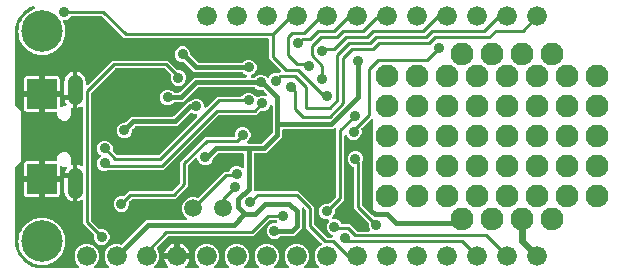
<source format=gbr>
G04 EAGLE Gerber RS-274X export*
G75*
%MOMM*%
%FSLAX34Y34*%
%LPD*%
%INBottom Copper*%
%IPPOS*%
%AMOC8*
5,1,8,0,0,1.08239X$1,22.5*%
G01*
%ADD10C,3.516000*%
%ADD11R,2.500000X2.500000*%
%ADD12C,1.308000*%
%ADD13C,1.676400*%
%ADD14C,1.500000*%
%ADD15C,0.906400*%
%ADD16C,1.930400*%
%ADD17C,0.609600*%
%ADD18C,0.406400*%
%ADD19C,0.254000*%

G36*
X56004Y2558D02*
X56004Y2558D01*
X56143Y2571D01*
X56162Y2578D01*
X56182Y2581D01*
X56311Y2632D01*
X56442Y2679D01*
X56459Y2690D01*
X56478Y2698D01*
X56590Y2779D01*
X56705Y2857D01*
X56719Y2873D01*
X56735Y2884D01*
X56824Y2992D01*
X56916Y3096D01*
X56925Y3114D01*
X56938Y3129D01*
X56997Y3255D01*
X57060Y3379D01*
X57065Y3399D01*
X57073Y3417D01*
X57099Y3553D01*
X57130Y3689D01*
X57129Y3710D01*
X57133Y3729D01*
X57124Y3868D01*
X57120Y4007D01*
X57115Y4027D01*
X57113Y4047D01*
X57071Y4179D01*
X57032Y4313D01*
X57022Y4330D01*
X57015Y4349D01*
X56941Y4467D01*
X56870Y4587D01*
X56852Y4608D01*
X56845Y4618D01*
X56830Y4632D01*
X56764Y4707D01*
X54671Y6801D01*
X53085Y10628D01*
X53085Y14772D01*
X54671Y18599D01*
X57601Y21529D01*
X61428Y23115D01*
X65572Y23115D01*
X69399Y21529D01*
X72329Y18599D01*
X73915Y14772D01*
X73915Y10628D01*
X72329Y6801D01*
X70236Y4707D01*
X70151Y4598D01*
X70062Y4491D01*
X70054Y4472D01*
X70041Y4456D01*
X69986Y4328D01*
X69927Y4203D01*
X69923Y4183D01*
X69915Y4164D01*
X69893Y4026D01*
X69867Y3890D01*
X69868Y3870D01*
X69865Y3850D01*
X69878Y3711D01*
X69887Y3573D01*
X69893Y3554D01*
X69895Y3534D01*
X69942Y3402D01*
X69985Y3271D01*
X69996Y3253D01*
X70002Y3234D01*
X70080Y3119D01*
X70155Y3002D01*
X70170Y2988D01*
X70181Y2971D01*
X70285Y2879D01*
X70386Y2784D01*
X70404Y2774D01*
X70419Y2761D01*
X70544Y2697D01*
X70665Y2630D01*
X70685Y2625D01*
X70703Y2616D01*
X70838Y2586D01*
X70973Y2551D01*
X71001Y2549D01*
X71013Y2546D01*
X71033Y2547D01*
X71134Y2541D01*
X81266Y2541D01*
X81404Y2558D01*
X81543Y2571D01*
X81562Y2578D01*
X81582Y2581D01*
X81711Y2632D01*
X81842Y2679D01*
X81859Y2690D01*
X81878Y2698D01*
X81990Y2779D01*
X82105Y2857D01*
X82119Y2873D01*
X82135Y2884D01*
X82224Y2992D01*
X82316Y3096D01*
X82325Y3114D01*
X82338Y3129D01*
X82397Y3255D01*
X82460Y3379D01*
X82465Y3399D01*
X82473Y3417D01*
X82499Y3553D01*
X82530Y3689D01*
X82529Y3710D01*
X82533Y3729D01*
X82524Y3868D01*
X82520Y4007D01*
X82515Y4027D01*
X82513Y4047D01*
X82471Y4179D01*
X82432Y4313D01*
X82422Y4330D01*
X82415Y4349D01*
X82341Y4467D01*
X82270Y4587D01*
X82252Y4608D01*
X82245Y4618D01*
X82230Y4632D01*
X82164Y4707D01*
X80071Y6801D01*
X78485Y10628D01*
X78485Y14772D01*
X80071Y18599D01*
X83001Y21529D01*
X86828Y23115D01*
X90972Y23115D01*
X92023Y22679D01*
X92051Y22672D01*
X92078Y22658D01*
X92204Y22630D01*
X92330Y22595D01*
X92359Y22595D01*
X92388Y22588D01*
X92518Y22592D01*
X92648Y22590D01*
X92676Y22597D01*
X92706Y22598D01*
X92830Y22634D01*
X92957Y22664D01*
X92983Y22678D01*
X93011Y22687D01*
X93123Y22752D01*
X93238Y22813D01*
X93260Y22833D01*
X93285Y22848D01*
X93406Y22954D01*
X113886Y43435D01*
X147030Y43435D01*
X147167Y43452D01*
X147306Y43465D01*
X147325Y43472D01*
X147345Y43475D01*
X147474Y43526D01*
X147605Y43573D01*
X147622Y43584D01*
X147641Y43592D01*
X147753Y43673D01*
X147869Y43751D01*
X147882Y43767D01*
X147898Y43778D01*
X147987Y43886D01*
X148079Y43990D01*
X148088Y44008D01*
X148101Y44023D01*
X148160Y44149D01*
X148224Y44273D01*
X148228Y44293D01*
X148237Y44311D01*
X148263Y44447D01*
X148293Y44583D01*
X148293Y44604D01*
X148296Y44623D01*
X148288Y44762D01*
X148284Y44901D01*
X148278Y44921D01*
X148277Y44941D01*
X148234Y45072D01*
X148195Y45207D01*
X148185Y45224D01*
X148179Y45243D01*
X148104Y45361D01*
X148034Y45481D01*
X148015Y45502D01*
X148008Y45512D01*
X147993Y45526D01*
X147927Y45601D01*
X145589Y47940D01*
X144137Y51444D01*
X144137Y55236D01*
X145589Y58740D01*
X148270Y61421D01*
X151774Y62873D01*
X155566Y62873D01*
X156880Y62329D01*
X156908Y62321D01*
X156935Y62307D01*
X157061Y62279D01*
X157186Y62245D01*
X157216Y62244D01*
X157245Y62238D01*
X157375Y62242D01*
X157504Y62240D01*
X157533Y62246D01*
X157563Y62247D01*
X157687Y62283D01*
X157814Y62314D01*
X157840Y62328D01*
X157868Y62336D01*
X157980Y62402D01*
X158095Y62462D01*
X158117Y62482D01*
X158142Y62497D01*
X158263Y62604D01*
X180242Y84583D01*
X183388Y84583D01*
X183418Y84586D01*
X183447Y84584D01*
X183575Y84606D01*
X183704Y84623D01*
X183731Y84633D01*
X183760Y84638D01*
X183879Y84692D01*
X184000Y84740D01*
X184023Y84757D01*
X184050Y84769D01*
X184152Y84850D01*
X184257Y84926D01*
X184276Y84949D01*
X184299Y84968D01*
X184377Y85071D01*
X184460Y85171D01*
X184472Y85198D01*
X184490Y85222D01*
X184561Y85366D01*
X184935Y86269D01*
X186781Y88115D01*
X189194Y89115D01*
X191806Y89115D01*
X194219Y88115D01*
X194428Y87905D01*
X194524Y87832D01*
X194532Y87824D01*
X194538Y87820D01*
X194645Y87732D01*
X194664Y87723D01*
X194680Y87710D01*
X194807Y87655D01*
X194933Y87596D01*
X194953Y87592D01*
X194972Y87584D01*
X195109Y87562D01*
X195246Y87536D01*
X195266Y87537D01*
X195286Y87534D01*
X195424Y87547D01*
X195563Y87556D01*
X195582Y87562D01*
X195602Y87564D01*
X195734Y87611D01*
X195865Y87654D01*
X195882Y87665D01*
X195902Y87672D01*
X196017Y87750D01*
X196134Y87824D01*
X196148Y87839D01*
X196165Y87850D01*
X196257Y87954D01*
X196352Y88056D01*
X196362Y88073D01*
X196375Y88089D01*
X196439Y88213D01*
X196506Y88334D01*
X196511Y88354D01*
X196520Y88372D01*
X196550Y88508D01*
X196585Y88642D01*
X196587Y88670D01*
X196590Y88682D01*
X196589Y88703D01*
X196595Y88803D01*
X196595Y98806D01*
X196580Y98924D01*
X196573Y99043D01*
X196560Y99081D01*
X196555Y99122D01*
X196512Y99232D01*
X196475Y99345D01*
X196453Y99380D01*
X196438Y99417D01*
X196369Y99513D01*
X196305Y99614D01*
X196275Y99642D01*
X196252Y99675D01*
X196160Y99751D01*
X196073Y99832D01*
X196038Y99852D01*
X196007Y99877D01*
X195899Y99928D01*
X195795Y99986D01*
X195755Y99996D01*
X195719Y100013D01*
X195602Y100035D01*
X195487Y100065D01*
X195427Y100069D01*
X195407Y100073D01*
X195386Y100071D01*
X195326Y100075D01*
X174929Y100075D01*
X174831Y100063D01*
X174732Y100060D01*
X174674Y100043D01*
X174614Y100035D01*
X174522Y99999D01*
X174427Y99971D01*
X174375Y99941D01*
X174318Y99918D01*
X174238Y99860D01*
X174153Y99810D01*
X174077Y99744D01*
X174061Y99732D01*
X174053Y99722D01*
X174032Y99704D01*
X170766Y96438D01*
X170706Y96360D01*
X170638Y96288D01*
X170609Y96235D01*
X170572Y96187D01*
X170532Y96096D01*
X170484Y96009D01*
X170469Y95951D01*
X170445Y95895D01*
X170430Y95797D01*
X170405Y95701D01*
X170399Y95601D01*
X170395Y95581D01*
X170397Y95569D01*
X170395Y95541D01*
X170395Y95214D01*
X169395Y92801D01*
X167549Y90955D01*
X165136Y89955D01*
X162524Y89955D01*
X160111Y90955D01*
X158265Y92801D01*
X157181Y95418D01*
X157156Y95461D01*
X157139Y95508D01*
X157078Y95599D01*
X157023Y95694D01*
X156989Y95730D01*
X156961Y95771D01*
X156878Y95844D01*
X156802Y95923D01*
X156760Y95949D01*
X156722Y95982D01*
X156624Y96032D01*
X156531Y96089D01*
X156483Y96104D01*
X156439Y96126D01*
X156332Y96150D01*
X156227Y96183D01*
X156177Y96185D01*
X156129Y96196D01*
X156019Y96193D01*
X155909Y96198D01*
X155861Y96188D01*
X155811Y96186D01*
X155705Y96156D01*
X155598Y96134D01*
X155553Y96112D01*
X155505Y96098D01*
X155411Y96042D01*
X155312Y95994D01*
X155274Y95962D01*
X155232Y95936D01*
X155111Y95830D01*
X149724Y90444D01*
X149664Y90365D01*
X149596Y90293D01*
X149567Y90240D01*
X149530Y90192D01*
X149490Y90101D01*
X149442Y90015D01*
X149427Y89956D01*
X149403Y89901D01*
X149388Y89803D01*
X149363Y89707D01*
X149357Y89607D01*
X149353Y89587D01*
X149355Y89574D01*
X149353Y89546D01*
X149353Y72292D01*
X138528Y61467D01*
X102224Y61467D01*
X102126Y61455D01*
X102027Y61452D01*
X101968Y61435D01*
X101908Y61427D01*
X101816Y61391D01*
X101721Y61363D01*
X101669Y61333D01*
X101613Y61310D01*
X101533Y61252D01*
X101447Y61202D01*
X101372Y61136D01*
X101355Y61124D01*
X101347Y61114D01*
X101326Y61096D01*
X99646Y59416D01*
X99586Y59337D01*
X99518Y59265D01*
X99489Y59212D01*
X99452Y59164D01*
X99412Y59073D01*
X99364Y58987D01*
X99349Y58928D01*
X99325Y58873D01*
X99310Y58775D01*
X99285Y58679D01*
X99279Y58579D01*
X99275Y58558D01*
X99277Y58546D01*
X99275Y58518D01*
X99275Y55844D01*
X98275Y53431D01*
X96429Y51585D01*
X94016Y50585D01*
X91404Y50585D01*
X88991Y51585D01*
X87145Y53431D01*
X86145Y55844D01*
X86145Y58456D01*
X87145Y60869D01*
X88991Y62715D01*
X91404Y63715D01*
X94078Y63715D01*
X94176Y63727D01*
X94275Y63730D01*
X94334Y63747D01*
X94394Y63755D01*
X94486Y63791D01*
X94581Y63819D01*
X94633Y63849D01*
X94689Y63872D01*
X94769Y63930D01*
X94855Y63980D01*
X94930Y64046D01*
X94947Y64058D01*
X94955Y64068D01*
X94976Y64086D01*
X98962Y68073D01*
X135266Y68073D01*
X135364Y68085D01*
X135463Y68088D01*
X135522Y68105D01*
X135582Y68113D01*
X135674Y68149D01*
X135769Y68177D01*
X135821Y68207D01*
X135877Y68230D01*
X135957Y68288D01*
X136043Y68338D01*
X136118Y68404D01*
X136135Y68416D01*
X136143Y68426D01*
X136164Y68444D01*
X142376Y74656D01*
X142436Y74735D01*
X142504Y74807D01*
X142533Y74860D01*
X142570Y74908D01*
X142610Y74999D01*
X142658Y75085D01*
X142673Y75144D01*
X142697Y75199D01*
X142712Y75297D01*
X142737Y75393D01*
X142743Y75493D01*
X142747Y75514D01*
X142745Y75526D01*
X142747Y75554D01*
X142747Y92808D01*
X145053Y95114D01*
X145054Y95114D01*
X161426Y111486D01*
X163732Y113793D01*
X187746Y113793D01*
X187864Y113808D01*
X187983Y113815D01*
X188021Y113828D01*
X188062Y113833D01*
X188172Y113876D01*
X188285Y113913D01*
X188320Y113935D01*
X188357Y113950D01*
X188453Y114019D01*
X188554Y114083D01*
X188582Y114113D01*
X188615Y114136D01*
X188691Y114228D01*
X188772Y114315D01*
X188792Y114350D01*
X188817Y114381D01*
X188868Y114489D01*
X188926Y114593D01*
X188936Y114633D01*
X188953Y114669D01*
X188975Y114786D01*
X189005Y114901D01*
X189009Y114961D01*
X189013Y114981D01*
X189011Y115002D01*
X189015Y115062D01*
X189015Y116876D01*
X190015Y119289D01*
X191861Y121135D01*
X194274Y122135D01*
X196886Y122135D01*
X199299Y121135D01*
X201145Y119289D01*
X202145Y116876D01*
X202145Y114264D01*
X201145Y111851D01*
X199665Y110371D01*
X199580Y110262D01*
X199492Y110155D01*
X199483Y110136D01*
X199470Y110120D01*
X199415Y109992D01*
X199356Y109867D01*
X199352Y109847D01*
X199344Y109828D01*
X199322Y109690D01*
X199296Y109554D01*
X199297Y109534D01*
X199294Y109514D01*
X199307Y109375D01*
X199316Y109237D01*
X199322Y109218D01*
X199324Y109198D01*
X199371Y109066D01*
X199414Y108935D01*
X199425Y108917D01*
X199432Y108898D01*
X199510Y108783D01*
X199584Y108666D01*
X199599Y108652D01*
X199610Y108635D01*
X199715Y108543D01*
X199816Y108448D01*
X199833Y108438D01*
X199849Y108425D01*
X199973Y108361D01*
X200094Y108294D01*
X200114Y108289D01*
X200132Y108280D01*
X200268Y108250D01*
X200402Y108215D01*
X200430Y108213D01*
X200442Y108210D01*
X200463Y108211D01*
X200563Y108205D01*
X211151Y108205D01*
X211249Y108217D01*
X211348Y108220D01*
X211406Y108237D01*
X211466Y108245D01*
X211558Y108281D01*
X211653Y108309D01*
X211705Y108339D01*
X211762Y108362D01*
X211842Y108420D01*
X211927Y108470D01*
X212003Y108536D01*
X212019Y108548D01*
X212027Y108558D01*
X212048Y108576D01*
X220354Y116882D01*
X220414Y116960D01*
X220482Y117032D01*
X220511Y117085D01*
X220548Y117133D01*
X220588Y117224D01*
X220636Y117311D01*
X220651Y117369D01*
X220675Y117425D01*
X220690Y117523D01*
X220715Y117619D01*
X220721Y117719D01*
X220725Y117739D01*
X220723Y117751D01*
X220725Y117779D01*
X220725Y139552D01*
X220717Y139621D01*
X220718Y139691D01*
X220697Y139778D01*
X220685Y139868D01*
X220660Y139932D01*
X220643Y140000D01*
X220601Y140080D01*
X220568Y140163D01*
X220527Y140220D01*
X220495Y140281D01*
X220434Y140348D01*
X220382Y140421D01*
X220328Y140465D01*
X220281Y140517D01*
X220206Y140566D01*
X220137Y140623D01*
X220073Y140653D01*
X220015Y140691D01*
X219930Y140721D01*
X219849Y140759D01*
X219780Y140772D01*
X219714Y140795D01*
X219625Y140802D01*
X219537Y140819D01*
X219467Y140814D01*
X219397Y140820D01*
X219309Y140805D01*
X219219Y140799D01*
X219153Y140777D01*
X219084Y140765D01*
X219002Y140729D01*
X218917Y140701D01*
X218858Y140664D01*
X218794Y140635D01*
X218724Y140579D01*
X218648Y140531D01*
X218600Y140480D01*
X218546Y140436D01*
X218491Y140365D01*
X218430Y140299D01*
X218396Y140238D01*
X218354Y140182D01*
X218283Y140038D01*
X217655Y138521D01*
X215809Y136675D01*
X213396Y135675D01*
X210722Y135675D01*
X210624Y135663D01*
X210525Y135660D01*
X210466Y135643D01*
X210406Y135635D01*
X210314Y135599D01*
X210219Y135571D01*
X210167Y135541D01*
X210111Y135518D01*
X210031Y135460D01*
X209945Y135410D01*
X209870Y135344D01*
X209853Y135332D01*
X209845Y135322D01*
X209824Y135304D01*
X207108Y132587D01*
X175884Y132587D01*
X175786Y132575D01*
X175687Y132572D01*
X175628Y132555D01*
X175568Y132547D01*
X175476Y132511D01*
X175381Y132483D01*
X175329Y132453D01*
X175273Y132430D01*
X175193Y132372D01*
X175107Y132322D01*
X175032Y132256D01*
X175015Y132244D01*
X175007Y132234D01*
X174986Y132216D01*
X128368Y85597D01*
X82041Y85597D01*
X82032Y85596D01*
X82023Y85597D01*
X81874Y85576D01*
X81726Y85557D01*
X81717Y85554D01*
X81708Y85553D01*
X81556Y85501D01*
X80046Y84875D01*
X77434Y84875D01*
X75021Y85875D01*
X73175Y87721D01*
X72175Y90134D01*
X72175Y92746D01*
X73175Y95159D01*
X74909Y96892D01*
X74982Y96987D01*
X75060Y97076D01*
X75079Y97112D01*
X75104Y97144D01*
X75151Y97253D01*
X75205Y97359D01*
X75214Y97398D01*
X75230Y97436D01*
X75249Y97553D01*
X75275Y97669D01*
X75273Y97710D01*
X75280Y97750D01*
X75269Y97868D01*
X75265Y97987D01*
X75254Y98026D01*
X75250Y98066D01*
X75210Y98179D01*
X75177Y98293D01*
X75156Y98327D01*
X75142Y98366D01*
X75075Y98464D01*
X75015Y98567D01*
X74975Y98612D01*
X74964Y98629D01*
X74948Y98642D01*
X74909Y98687D01*
X73175Y100421D01*
X72175Y102834D01*
X72175Y105446D01*
X73175Y107859D01*
X75021Y109705D01*
X77434Y110705D01*
X80046Y110705D01*
X82459Y109705D01*
X84305Y107859D01*
X85305Y105446D01*
X85305Y102772D01*
X85317Y102674D01*
X85320Y102575D01*
X85337Y102516D01*
X85345Y102456D01*
X85381Y102364D01*
X85409Y102269D01*
X85439Y102217D01*
X85462Y102161D01*
X85520Y102081D01*
X85570Y101995D01*
X85636Y101920D01*
X85648Y101903D01*
X85658Y101895D01*
X85676Y101874D01*
X88626Y98924D01*
X88705Y98864D01*
X88777Y98796D01*
X88830Y98767D01*
X88878Y98730D01*
X88969Y98690D01*
X89055Y98642D01*
X89114Y98627D01*
X89169Y98603D01*
X89267Y98588D01*
X89363Y98563D01*
X89463Y98557D01*
X89484Y98553D01*
X89496Y98555D01*
X89524Y98553D01*
X123836Y98553D01*
X123934Y98565D01*
X124033Y98568D01*
X124092Y98585D01*
X124152Y98593D01*
X124244Y98629D01*
X124339Y98657D01*
X124391Y98687D01*
X124447Y98710D01*
X124527Y98768D01*
X124613Y98818D01*
X124688Y98884D01*
X124705Y98896D01*
X124713Y98906D01*
X124734Y98924D01*
X156778Y130969D01*
X156863Y131078D01*
X156952Y131185D01*
X156960Y131204D01*
X156973Y131220D01*
X157028Y131348D01*
X157087Y131473D01*
X157091Y131493D01*
X157099Y131512D01*
X157121Y131650D01*
X157147Y131786D01*
X157146Y131806D01*
X157149Y131826D01*
X157136Y131964D01*
X157127Y132103D01*
X157121Y132122D01*
X157119Y132142D01*
X157072Y132274D01*
X157029Y132405D01*
X157018Y132423D01*
X157011Y132442D01*
X156933Y132557D01*
X156859Y132674D01*
X156844Y132688D01*
X156833Y132705D01*
X156729Y132797D01*
X156627Y132892D01*
X156610Y132902D01*
X156594Y132915D01*
X156471Y132978D01*
X156349Y133046D01*
X156329Y133051D01*
X156311Y133060D01*
X156175Y133090D01*
X156041Y133125D01*
X156013Y133127D01*
X156001Y133130D01*
X155980Y133129D01*
X155880Y133135D01*
X154904Y133135D01*
X152442Y134155D01*
X152413Y134163D01*
X152387Y134176D01*
X152260Y134205D01*
X152135Y134239D01*
X152105Y134240D01*
X152077Y134246D01*
X151947Y134242D01*
X151817Y134244D01*
X151788Y134237D01*
X151759Y134236D01*
X151634Y134200D01*
X151508Y134170D01*
X151482Y134156D01*
X151453Y134148D01*
X151342Y134082D01*
X151227Y134021D01*
X151205Y134001D01*
X151179Y133987D01*
X151059Y133880D01*
X140114Y122935D01*
X105079Y122935D01*
X104981Y122923D01*
X104882Y122920D01*
X104824Y122903D01*
X104764Y122895D01*
X104672Y122859D01*
X104577Y122831D01*
X104525Y122801D01*
X104468Y122778D01*
X104388Y122720D01*
X104303Y122670D01*
X104227Y122604D01*
X104211Y122592D01*
X104203Y122582D01*
X104182Y122564D01*
X102186Y120568D01*
X102126Y120490D01*
X102058Y120418D01*
X102029Y120365D01*
X101992Y120317D01*
X101952Y120226D01*
X101904Y120139D01*
X101889Y120081D01*
X101865Y120025D01*
X101850Y119927D01*
X101825Y119831D01*
X101819Y119731D01*
X101815Y119711D01*
X101817Y119699D01*
X101815Y119671D01*
X101815Y118074D01*
X100815Y115661D01*
X98969Y113815D01*
X96556Y112815D01*
X93944Y112815D01*
X91531Y113815D01*
X89685Y115661D01*
X88685Y118074D01*
X88685Y120686D01*
X89685Y123099D01*
X91531Y124945D01*
X93944Y125945D01*
X95541Y125945D01*
X95639Y125957D01*
X95738Y125960D01*
X95796Y125977D01*
X95856Y125985D01*
X95948Y126021D01*
X96043Y126049D01*
X96095Y126079D01*
X96152Y126102D01*
X96232Y126160D01*
X96317Y126210D01*
X96393Y126276D01*
X96409Y126288D01*
X96417Y126298D01*
X96438Y126316D01*
X101186Y131065D01*
X136221Y131065D01*
X136319Y131077D01*
X136418Y131080D01*
X136476Y131097D01*
X136536Y131105D01*
X136628Y131141D01*
X136723Y131169D01*
X136775Y131199D01*
X136832Y131222D01*
X136912Y131280D01*
X136997Y131330D01*
X137073Y131396D01*
X137089Y131408D01*
X137097Y131418D01*
X137118Y131436D01*
X149446Y143765D01*
X150465Y143765D01*
X150563Y143777D01*
X150662Y143780D01*
X150720Y143797D01*
X150781Y143805D01*
X150873Y143841D01*
X150968Y143869D01*
X151020Y143899D01*
X151076Y143922D01*
X151156Y143980D01*
X151242Y144030D01*
X151317Y144096D01*
X151334Y144108D01*
X151341Y144118D01*
X151363Y144136D01*
X152491Y145265D01*
X154904Y146265D01*
X157516Y146265D01*
X159929Y145265D01*
X161775Y143419D01*
X162775Y141006D01*
X162775Y140030D01*
X162792Y139892D01*
X162805Y139753D01*
X162812Y139734D01*
X162815Y139714D01*
X162866Y139585D01*
X162913Y139454D01*
X162924Y139437D01*
X162932Y139419D01*
X163013Y139306D01*
X163091Y139191D01*
X163107Y139178D01*
X163118Y139161D01*
X163226Y139072D01*
X163330Y138980D01*
X163348Y138971D01*
X163363Y138958D01*
X163489Y138899D01*
X163613Y138836D01*
X163633Y138831D01*
X163651Y138823D01*
X163787Y138797D01*
X163923Y138766D01*
X163944Y138767D01*
X163963Y138763D01*
X164102Y138772D01*
X164241Y138776D01*
X164261Y138782D01*
X164281Y138783D01*
X164413Y138826D01*
X164547Y138864D01*
X164564Y138875D01*
X164583Y138881D01*
X164701Y138955D01*
X164821Y139026D01*
X164842Y139044D01*
X164852Y139051D01*
X164866Y139066D01*
X164941Y139132D01*
X171586Y145776D01*
X173892Y148083D01*
X194153Y148083D01*
X194251Y148095D01*
X194350Y148098D01*
X194408Y148115D01*
X194469Y148123D01*
X194561Y148159D01*
X194656Y148187D01*
X194708Y148217D01*
X194764Y148240D01*
X194844Y148298D01*
X194930Y148348D01*
X195005Y148414D01*
X195022Y148426D01*
X195029Y148436D01*
X195051Y148454D01*
X196941Y150345D01*
X199354Y151345D01*
X201966Y151345D01*
X204379Y150345D01*
X206225Y148499D01*
X206330Y148246D01*
X206355Y148203D01*
X206371Y148156D01*
X206433Y148065D01*
X206488Y147970D01*
X206522Y147934D01*
X206550Y147893D01*
X206632Y147820D01*
X206709Y147741D01*
X206751Y147715D01*
X206788Y147682D01*
X206886Y147632D01*
X206980Y147575D01*
X207027Y147560D01*
X207072Y147538D01*
X207179Y147514D01*
X207284Y147481D01*
X207334Y147479D01*
X207382Y147468D01*
X207492Y147471D01*
X207602Y147466D01*
X207650Y147476D01*
X207700Y147478D01*
X207805Y147508D01*
X207913Y147530D01*
X207958Y147552D01*
X208005Y147566D01*
X208100Y147622D01*
X208199Y147670D01*
X208236Y147702D01*
X208279Y147728D01*
X208364Y147802D01*
X210784Y148805D01*
X213396Y148805D01*
X214604Y148304D01*
X214671Y148286D01*
X214735Y148258D01*
X214824Y148244D01*
X214911Y148220D01*
X214980Y148219D01*
X215049Y148208D01*
X215139Y148217D01*
X215229Y148215D01*
X215297Y148232D01*
X215366Y148238D01*
X215451Y148269D01*
X215538Y148289D01*
X215600Y148322D01*
X215665Y148346D01*
X215740Y148396D01*
X215819Y148438D01*
X215871Y148485D01*
X215928Y148524D01*
X215988Y148592D01*
X216054Y148652D01*
X216093Y148710D01*
X216139Y148763D01*
X216180Y148843D01*
X216229Y148918D01*
X216252Y148984D01*
X216284Y149046D01*
X216303Y149134D01*
X216332Y149219D01*
X216338Y149288D01*
X216353Y149356D01*
X216350Y149446D01*
X216358Y149536D01*
X216346Y149604D01*
X216344Y149674D01*
X216319Y149760D01*
X216303Y149849D01*
X216275Y149913D01*
X216255Y149980D01*
X216209Y150057D01*
X216173Y150139D01*
X216129Y150193D01*
X216094Y150254D01*
X215987Y150374D01*
X213277Y153084D01*
X213250Y153105D01*
X213228Y153131D01*
X213166Y153174D01*
X213125Y153212D01*
X213081Y153237D01*
X213026Y153279D01*
X212995Y153293D01*
X212966Y153312D01*
X212897Y153338D01*
X212847Y153366D01*
X212796Y153379D01*
X212734Y153405D01*
X212700Y153411D01*
X212668Y153423D01*
X212596Y153430D01*
X212539Y153445D01*
X212449Y153451D01*
X212420Y153455D01*
X212403Y153454D01*
X212378Y153455D01*
X212355Y153455D01*
X212352Y153456D01*
X212349Y153455D01*
X209514Y153455D01*
X207101Y154455D01*
X205973Y155584D01*
X205894Y155644D01*
X205822Y155712D01*
X205769Y155741D01*
X205721Y155778D01*
X205630Y155818D01*
X205544Y155866D01*
X205485Y155881D01*
X205429Y155905D01*
X205331Y155920D01*
X205236Y155945D01*
X205136Y155951D01*
X205115Y155955D01*
X205103Y155953D01*
X205075Y155955D01*
X158419Y155955D01*
X158321Y155943D01*
X158222Y155940D01*
X158164Y155923D01*
X158104Y155915D01*
X158012Y155879D01*
X157917Y155851D01*
X157865Y155821D01*
X157808Y155798D01*
X157728Y155740D01*
X157643Y155690D01*
X157567Y155624D01*
X157551Y155612D01*
X157543Y155602D01*
X157522Y155584D01*
X145194Y143255D01*
X137825Y143255D01*
X137727Y143243D01*
X137628Y143240D01*
X137569Y143223D01*
X137509Y143215D01*
X137417Y143179D01*
X137322Y143151D01*
X137270Y143121D01*
X137214Y143098D01*
X137134Y143040D01*
X137048Y142990D01*
X136973Y142924D01*
X136956Y142912D01*
X136949Y142902D01*
X136927Y142884D01*
X135799Y141755D01*
X133386Y140755D01*
X130774Y140755D01*
X128361Y141755D01*
X126515Y143601D01*
X125515Y146014D01*
X125515Y148626D01*
X126515Y151039D01*
X128361Y152885D01*
X130774Y153885D01*
X133386Y153885D01*
X135799Y152885D01*
X136927Y151756D01*
X137006Y151696D01*
X137078Y151628D01*
X137131Y151599D01*
X137179Y151562D01*
X137270Y151522D01*
X137356Y151474D01*
X137415Y151459D01*
X137471Y151435D01*
X137569Y151420D01*
X137664Y151395D01*
X137764Y151389D01*
X137785Y151385D01*
X137797Y151387D01*
X137825Y151385D01*
X141301Y151385D01*
X141399Y151397D01*
X141498Y151400D01*
X141556Y151417D01*
X141616Y151425D01*
X141708Y151461D01*
X141803Y151489D01*
X141855Y151519D01*
X141912Y151542D01*
X141992Y151600D01*
X142077Y151650D01*
X142153Y151716D01*
X142169Y151728D01*
X142177Y151738D01*
X142198Y151756D01*
X154526Y164085D01*
X197972Y164085D01*
X198041Y164093D01*
X198111Y164092D01*
X198198Y164113D01*
X198288Y164125D01*
X198352Y164150D01*
X198420Y164167D01*
X198500Y164209D01*
X198583Y164242D01*
X198640Y164283D01*
X198701Y164315D01*
X198768Y164376D01*
X198841Y164428D01*
X198885Y164482D01*
X198937Y164529D01*
X198986Y164604D01*
X199043Y164673D01*
X199073Y164737D01*
X199111Y164795D01*
X199141Y164880D01*
X199179Y164961D01*
X199192Y165030D01*
X199215Y165096D01*
X199222Y165185D01*
X199239Y165273D01*
X199234Y165343D01*
X199240Y165413D01*
X199225Y165501D01*
X199219Y165591D01*
X199197Y165657D01*
X199185Y165726D01*
X199149Y165808D01*
X199121Y165893D01*
X199084Y165952D01*
X199055Y166016D01*
X198999Y166086D01*
X198951Y166162D01*
X198900Y166210D01*
X198856Y166264D01*
X198785Y166319D01*
X198719Y166380D01*
X198658Y166414D01*
X198602Y166456D01*
X198458Y166527D01*
X196941Y167155D01*
X195813Y168284D01*
X195734Y168344D01*
X195662Y168412D01*
X195609Y168441D01*
X195561Y168478D01*
X195470Y168518D01*
X195384Y168566D01*
X195325Y168581D01*
X195269Y168605D01*
X195171Y168620D01*
X195076Y168645D01*
X194976Y168651D01*
X194955Y168655D01*
X194943Y168653D01*
X194915Y168655D01*
X154241Y168655D01*
X145830Y177066D01*
X145752Y177126D01*
X145680Y177194D01*
X145627Y177223D01*
X145579Y177261D01*
X145488Y177300D01*
X145401Y177348D01*
X145343Y177363D01*
X145287Y177387D01*
X145189Y177403D01*
X145093Y177427D01*
X144993Y177434D01*
X144973Y177437D01*
X144961Y177436D01*
X144933Y177437D01*
X143336Y177437D01*
X140924Y178437D01*
X139077Y180284D01*
X138077Y182696D01*
X138077Y185308D01*
X139077Y187721D01*
X140924Y189568D01*
X143336Y190567D01*
X145948Y190567D01*
X148361Y189568D01*
X150208Y187721D01*
X151207Y185308D01*
X151207Y183712D01*
X151219Y183613D01*
X151222Y183514D01*
X151239Y183456D01*
X151247Y183396D01*
X151283Y183304D01*
X151311Y183209D01*
X151342Y183157D01*
X151364Y183100D01*
X151422Y183020D01*
X151472Y182935D01*
X151539Y182860D01*
X151551Y182843D01*
X151560Y182835D01*
X151579Y182814D01*
X157236Y177156D01*
X157315Y177096D01*
X157387Y177028D01*
X157440Y176999D01*
X157488Y176962D01*
X157579Y176922D01*
X157665Y176874D01*
X157724Y176859D01*
X157779Y176835D01*
X157877Y176820D01*
X157973Y176795D01*
X158073Y176789D01*
X158094Y176785D01*
X158106Y176787D01*
X158134Y176785D01*
X194915Y176785D01*
X195013Y176797D01*
X195112Y176800D01*
X195170Y176817D01*
X195231Y176825D01*
X195323Y176861D01*
X195418Y176889D01*
X195470Y176919D01*
X195526Y176942D01*
X195606Y177000D01*
X195692Y177050D01*
X195767Y177116D01*
X195784Y177128D01*
X195791Y177138D01*
X195813Y177156D01*
X196941Y178285D01*
X199354Y179285D01*
X201966Y179285D01*
X204379Y178285D01*
X206225Y176439D01*
X207225Y174026D01*
X207225Y171414D01*
X206225Y169001D01*
X204379Y167155D01*
X202862Y166527D01*
X202802Y166492D01*
X202737Y166466D01*
X202664Y166414D01*
X202586Y166369D01*
X202536Y166321D01*
X202479Y166280D01*
X202422Y166210D01*
X202358Y166148D01*
X202321Y166088D01*
X202277Y166035D01*
X202238Y165953D01*
X202191Y165877D01*
X202171Y165810D01*
X202141Y165747D01*
X202124Y165659D01*
X202098Y165573D01*
X202094Y165503D01*
X202081Y165434D01*
X202087Y165345D01*
X202083Y165255D01*
X202097Y165187D01*
X202101Y165117D01*
X202129Y165032D01*
X202147Y164944D01*
X202178Y164881D01*
X202199Y164815D01*
X202247Y164739D01*
X202287Y164658D01*
X202332Y164605D01*
X202369Y164546D01*
X202435Y164484D01*
X202493Y164416D01*
X202550Y164376D01*
X202601Y164328D01*
X202680Y164285D01*
X202753Y164233D01*
X202818Y164208D01*
X202879Y164174D01*
X202966Y164152D01*
X203050Y164120D01*
X203120Y164112D01*
X203187Y164095D01*
X203348Y164085D01*
X205075Y164085D01*
X205173Y164097D01*
X205272Y164100D01*
X205330Y164117D01*
X205391Y164125D01*
X205483Y164161D01*
X205578Y164189D01*
X205630Y164219D01*
X205686Y164242D01*
X205766Y164300D01*
X205852Y164350D01*
X205927Y164416D01*
X205944Y164428D01*
X205951Y164438D01*
X205973Y164456D01*
X207101Y165585D01*
X209514Y166585D01*
X212126Y166585D01*
X214539Y165585D01*
X215780Y164344D01*
X215819Y164314D01*
X215853Y164277D01*
X215944Y164216D01*
X216031Y164149D01*
X216077Y164129D01*
X216118Y164102D01*
X216222Y164066D01*
X216323Y164023D01*
X216372Y164015D01*
X216419Y163999D01*
X216528Y163990D01*
X216637Y163973D01*
X216687Y163978D01*
X216736Y163974D01*
X216844Y163992D01*
X216954Y164003D01*
X217001Y164020D01*
X217049Y164028D01*
X217149Y164073D01*
X217253Y164110D01*
X217294Y164138D01*
X217339Y164159D01*
X217425Y164227D01*
X217516Y164289D01*
X217549Y164326D01*
X217588Y164357D01*
X217654Y164445D01*
X217727Y164527D01*
X217749Y164572D01*
X217779Y164611D01*
X217850Y164756D01*
X217955Y165009D01*
X219801Y166855D01*
X222214Y167855D01*
X224888Y167855D01*
X224986Y167867D01*
X225085Y167870D01*
X225144Y167887D01*
X225204Y167895D01*
X225296Y167931D01*
X225391Y167959D01*
X225443Y167989D01*
X225499Y168012D01*
X225579Y168070D01*
X225665Y168120D01*
X225740Y168186D01*
X225757Y168198D01*
X225765Y168208D01*
X225786Y168226D01*
X225962Y168403D01*
X226452Y168403D01*
X226590Y168420D01*
X226729Y168433D01*
X226748Y168440D01*
X226768Y168443D01*
X226897Y168494D01*
X227028Y168541D01*
X227045Y168552D01*
X227063Y168560D01*
X227176Y168641D01*
X227291Y168719D01*
X227304Y168735D01*
X227321Y168746D01*
X227409Y168854D01*
X227502Y168958D01*
X227511Y168976D01*
X227524Y168991D01*
X227583Y169117D01*
X227646Y169241D01*
X227651Y169261D01*
X227659Y169279D01*
X227685Y169415D01*
X227716Y169551D01*
X227715Y169572D01*
X227719Y169591D01*
X227710Y169730D01*
X227706Y169869D01*
X227700Y169889D01*
X227699Y169909D01*
X227656Y170041D01*
X227618Y170175D01*
X227607Y170192D01*
X227601Y170211D01*
X227527Y170329D01*
X227456Y170449D01*
X227438Y170470D01*
X227431Y170480D01*
X227416Y170494D01*
X227350Y170569D01*
X219984Y177936D01*
X217677Y180242D01*
X217677Y196088D01*
X217662Y196206D01*
X217655Y196325D01*
X217642Y196363D01*
X217637Y196404D01*
X217594Y196514D01*
X217557Y196627D01*
X217535Y196662D01*
X217520Y196699D01*
X217451Y196795D01*
X217387Y196896D01*
X217357Y196924D01*
X217334Y196957D01*
X217242Y197033D01*
X217155Y197114D01*
X217120Y197134D01*
X217089Y197159D01*
X216981Y197210D01*
X216877Y197268D01*
X216837Y197278D01*
X216801Y197295D01*
X216684Y197317D01*
X216569Y197347D01*
X216509Y197351D01*
X216489Y197355D01*
X216468Y197353D01*
X216408Y197357D01*
X95152Y197357D01*
X76474Y216036D01*
X76395Y216096D01*
X76323Y216164D01*
X76270Y216193D01*
X76222Y216230D01*
X76131Y216270D01*
X76045Y216318D01*
X75986Y216333D01*
X75931Y216357D01*
X75833Y216372D01*
X75737Y216397D01*
X75637Y216403D01*
X75616Y216407D01*
X75604Y216405D01*
X75576Y216407D01*
X50957Y216407D01*
X50859Y216395D01*
X50760Y216392D01*
X50702Y216375D01*
X50641Y216367D01*
X50549Y216331D01*
X50454Y216303D01*
X50402Y216273D01*
X50346Y216250D01*
X50266Y216192D01*
X50180Y216142D01*
X50105Y216076D01*
X50088Y216064D01*
X50081Y216054D01*
X50059Y216036D01*
X48169Y214145D01*
X45756Y213145D01*
X44483Y213145D01*
X44417Y213137D01*
X44351Y213138D01*
X44260Y213117D01*
X44167Y213105D01*
X44106Y213081D01*
X44041Y213066D01*
X43958Y213023D01*
X43871Y212988D01*
X43818Y212950D01*
X43759Y212919D01*
X43690Y212856D01*
X43614Y212802D01*
X43572Y212750D01*
X43522Y212706D01*
X43471Y212629D01*
X43411Y212557D01*
X43383Y212497D01*
X43346Y212441D01*
X43315Y212353D01*
X43276Y212269D01*
X43263Y212204D01*
X43241Y212141D01*
X43233Y212048D01*
X43216Y211957D01*
X43220Y211890D01*
X43214Y211824D01*
X43230Y211732D01*
X43236Y211639D01*
X43256Y211576D01*
X43267Y211511D01*
X43323Y211360D01*
X45092Y207386D01*
X45092Y199014D01*
X42263Y192659D01*
X42260Y192649D01*
X42250Y192629D01*
X41994Y192011D01*
X41975Y191987D01*
X41970Y191979D01*
X41968Y191975D01*
X41963Y191964D01*
X41900Y191844D01*
X41687Y191366D01*
X37853Y187914D01*
X37841Y187900D01*
X37805Y187868D01*
X36510Y186573D01*
X36441Y186545D01*
X36324Y186478D01*
X36204Y186415D01*
X36177Y186394D01*
X36165Y186387D01*
X36150Y186372D01*
X36078Y186315D01*
X35466Y185765D01*
X31302Y184412D01*
X31283Y184403D01*
X31209Y184377D01*
X29301Y183587D01*
X28965Y183587D01*
X28847Y183572D01*
X28729Y183565D01*
X28670Y183550D01*
X28650Y183547D01*
X28631Y183540D01*
X28573Y183525D01*
X27504Y183178D01*
X23676Y183580D01*
X23658Y183580D01*
X23543Y183587D01*
X21499Y183587D01*
X20951Y183814D01*
X20852Y183841D01*
X20757Y183877D01*
X20665Y183892D01*
X20644Y183898D01*
X20631Y183898D01*
X20598Y183904D01*
X19179Y184053D01*
X16215Y185764D01*
X16213Y185765D01*
X16210Y185767D01*
X16066Y185838D01*
X14290Y186573D01*
X13693Y187170D01*
X13626Y187222D01*
X13565Y187283D01*
X13451Y187358D01*
X13442Y187365D01*
X13438Y187367D01*
X13431Y187372D01*
X11929Y188239D01*
X10139Y190703D01*
X10126Y190717D01*
X10116Y190733D01*
X10009Y190854D01*
X8773Y192090D01*
X8357Y193096D01*
X8322Y193156D01*
X8297Y193220D01*
X8211Y193356D01*
X7008Y195011D01*
X6447Y197649D01*
X6436Y197683D01*
X6431Y197719D01*
X6379Y197871D01*
X5787Y199299D01*
X5787Y200622D01*
X5781Y200674D01*
X5783Y200726D01*
X5760Y200886D01*
X5268Y203200D01*
X5760Y205514D01*
X5764Y205567D01*
X5777Y205617D01*
X5787Y205778D01*
X5787Y207101D01*
X6379Y208529D01*
X6388Y208563D01*
X6404Y208595D01*
X6447Y208751D01*
X7008Y211389D01*
X8211Y213044D01*
X8244Y213105D01*
X8286Y213160D01*
X8357Y213304D01*
X8773Y214310D01*
X10009Y215546D01*
X10021Y215561D01*
X10036Y215573D01*
X10139Y215697D01*
X11929Y218161D01*
X13431Y219028D01*
X13499Y219080D01*
X13573Y219124D01*
X13675Y219214D01*
X13684Y219221D01*
X13687Y219224D01*
X13693Y219230D01*
X14290Y219827D01*
X16066Y220562D01*
X16068Y220564D01*
X16071Y220564D01*
X16215Y220636D01*
X18972Y222228D01*
X18993Y222244D01*
X19017Y222255D01*
X19119Y222340D01*
X19225Y222420D01*
X19242Y222441D01*
X19262Y222458D01*
X19340Y222565D01*
X19423Y222669D01*
X19434Y222693D01*
X19449Y222715D01*
X19498Y222838D01*
X19552Y222960D01*
X19557Y222986D01*
X19566Y223011D01*
X19583Y223142D01*
X19605Y223273D01*
X19603Y223300D01*
X19606Y223326D01*
X19590Y223458D01*
X19579Y223590D01*
X19570Y223615D01*
X19567Y223642D01*
X19518Y223765D01*
X19474Y223890D01*
X19460Y223913D01*
X19450Y223937D01*
X19372Y224045D01*
X19299Y224155D01*
X19279Y224173D01*
X19263Y224195D01*
X19161Y224280D01*
X19062Y224368D01*
X19039Y224381D01*
X19018Y224398D01*
X18898Y224454D01*
X18781Y224516D01*
X18755Y224522D01*
X18731Y224533D01*
X18600Y224559D01*
X18471Y224589D01*
X18445Y224588D01*
X18418Y224593D01*
X18286Y224585D01*
X18153Y224583D01*
X18128Y224575D01*
X18101Y224574D01*
X17945Y224534D01*
X15206Y223644D01*
X15099Y223594D01*
X14988Y223550D01*
X14937Y223517D01*
X14918Y223509D01*
X14903Y223496D01*
X14852Y223464D01*
X9388Y219493D01*
X9301Y219412D01*
X9209Y219336D01*
X9171Y219290D01*
X9156Y219276D01*
X9145Y219258D01*
X9107Y219212D01*
X5136Y213748D01*
X5079Y213644D01*
X5015Y213544D01*
X4993Y213487D01*
X4983Y213469D01*
X4978Y213449D01*
X4956Y213394D01*
X2869Y206970D01*
X2856Y206902D01*
X2833Y206836D01*
X2810Y206677D01*
X2545Y203300D01*
X2546Y203278D01*
X2541Y203200D01*
X2541Y141278D01*
X2553Y141180D01*
X2556Y141081D01*
X2573Y141023D01*
X2581Y140963D01*
X2617Y140871D01*
X2645Y140775D01*
X2675Y140723D01*
X2698Y140667D01*
X2756Y140587D01*
X2806Y140502D01*
X2872Y140426D01*
X2884Y140410D01*
X2894Y140402D01*
X2912Y140381D01*
X7621Y135672D01*
X7621Y92928D01*
X2912Y88219D01*
X2852Y88141D01*
X2784Y88069D01*
X2755Y88016D01*
X2718Y87968D01*
X2678Y87877D01*
X2630Y87790D01*
X2615Y87732D01*
X2591Y87676D01*
X2576Y87578D01*
X2551Y87483D01*
X2545Y87382D01*
X2541Y87362D01*
X2543Y87350D01*
X2541Y87322D01*
X2541Y25400D01*
X2543Y25378D01*
X2545Y25300D01*
X2810Y21923D01*
X2824Y21855D01*
X2829Y21786D01*
X2869Y21630D01*
X4956Y15206D01*
X5006Y15099D01*
X5050Y14988D01*
X5083Y14937D01*
X5091Y14918D01*
X5104Y14903D01*
X5136Y14852D01*
X9107Y9388D01*
X9127Y9366D01*
X9138Y9348D01*
X9184Y9305D01*
X9188Y9301D01*
X9264Y9209D01*
X9310Y9171D01*
X9324Y9156D01*
X9342Y9145D01*
X9388Y9107D01*
X14596Y5322D01*
X14852Y5136D01*
X14887Y5117D01*
X14918Y5092D01*
X14990Y5058D01*
X15056Y5015D01*
X15113Y4993D01*
X15131Y4983D01*
X15150Y4978D01*
X15205Y4956D01*
X15206Y4956D01*
X17945Y4066D01*
X17971Y4061D01*
X17996Y4051D01*
X18127Y4031D01*
X18257Y4006D01*
X18284Y4008D01*
X18310Y4004D01*
X18441Y4018D01*
X18455Y4008D01*
X18474Y3989D01*
X18585Y3917D01*
X18694Y3842D01*
X18719Y3832D01*
X18742Y3818D01*
X18891Y3759D01*
X21630Y2869D01*
X21698Y2856D01*
X21764Y2833D01*
X21923Y2810D01*
X25300Y2545D01*
X25322Y2546D01*
X25400Y2541D01*
X55866Y2541D01*
X56004Y2558D01*
G37*
G36*
X271044Y28711D02*
X271044Y28711D01*
X271114Y28710D01*
X271202Y28731D01*
X271291Y28743D01*
X271355Y28768D01*
X271423Y28785D01*
X271503Y28827D01*
X271586Y28860D01*
X271643Y28901D01*
X271705Y28933D01*
X271771Y28994D01*
X271844Y29046D01*
X271888Y29100D01*
X271940Y29147D01*
X271989Y29222D01*
X272047Y29291D01*
X272076Y29355D01*
X272115Y29413D01*
X272144Y29498D01*
X272182Y29579D01*
X272195Y29648D01*
X272218Y29714D01*
X272225Y29803D01*
X272242Y29891D01*
X272238Y29961D01*
X272243Y30031D01*
X272228Y30119D01*
X272222Y30209D01*
X272201Y30275D01*
X272189Y30344D01*
X272152Y30426D01*
X272124Y30511D01*
X272087Y30570D01*
X272058Y30634D01*
X272002Y30704D01*
X271954Y30780D01*
X271903Y30828D01*
X271860Y30882D01*
X271788Y30937D01*
X271722Y30998D01*
X271661Y31032D01*
X271605Y31074D01*
X271461Y31145D01*
X269331Y32027D01*
X267485Y33873D01*
X266485Y36286D01*
X266485Y38898D01*
X267485Y41311D01*
X268243Y42069D01*
X268328Y42178D01*
X268416Y42285D01*
X268425Y42304D01*
X268438Y42320D01*
X268493Y42448D01*
X268552Y42573D01*
X268556Y42593D01*
X268564Y42612D01*
X268586Y42750D01*
X268612Y42886D01*
X268611Y42906D01*
X268614Y42926D01*
X268601Y43065D01*
X268592Y43203D01*
X268586Y43222D01*
X268584Y43242D01*
X268537Y43374D01*
X268494Y43505D01*
X268483Y43523D01*
X268476Y43542D01*
X268398Y43657D01*
X268324Y43774D01*
X268309Y43788D01*
X268298Y43805D01*
X268194Y43897D01*
X268092Y43992D01*
X268074Y44002D01*
X268059Y44015D01*
X267936Y44078D01*
X267814Y44146D01*
X267794Y44151D01*
X267776Y44160D01*
X267640Y44190D01*
X267506Y44225D01*
X267478Y44227D01*
X267466Y44230D01*
X267445Y44229D01*
X267345Y44235D01*
X265394Y44235D01*
X262981Y45235D01*
X261135Y47081D01*
X260135Y49494D01*
X260135Y52106D01*
X261135Y54519D01*
X262981Y56365D01*
X265394Y57365D01*
X268068Y57365D01*
X268166Y57377D01*
X268265Y57380D01*
X268324Y57397D01*
X268384Y57405D01*
X268476Y57441D01*
X268571Y57469D01*
X268623Y57499D01*
X268679Y57522D01*
X268759Y57580D01*
X268845Y57630D01*
X268920Y57696D01*
X268937Y57708D01*
X268945Y57718D01*
X268966Y57736D01*
X274456Y63226D01*
X274516Y63305D01*
X274584Y63377D01*
X274613Y63430D01*
X274650Y63478D01*
X274690Y63569D01*
X274738Y63655D01*
X274753Y63714D01*
X274777Y63769D01*
X274792Y63867D01*
X274817Y63963D01*
X274823Y64063D01*
X274827Y64084D01*
X274825Y64096D01*
X274827Y64124D01*
X274827Y119965D01*
X274810Y120103D01*
X274797Y120241D01*
X274790Y120260D01*
X274787Y120280D01*
X274736Y120409D01*
X274689Y120540D01*
X274678Y120557D01*
X274670Y120576D01*
X274589Y120688D01*
X274511Y120803D01*
X274495Y120817D01*
X274484Y120833D01*
X274376Y120922D01*
X274272Y121014D01*
X274254Y121023D01*
X274239Y121036D01*
X274113Y121095D01*
X273989Y121158D01*
X273969Y121163D01*
X273951Y121172D01*
X273814Y121198D01*
X273679Y121228D01*
X273658Y121228D01*
X273639Y121231D01*
X273500Y121223D01*
X273361Y121218D01*
X273341Y121213D01*
X273321Y121212D01*
X273189Y121169D01*
X273055Y121130D01*
X273038Y121120D01*
X273019Y121114D01*
X272901Y121039D01*
X272781Y120969D01*
X272760Y120950D01*
X272750Y120943D01*
X272736Y120928D01*
X272661Y120862D01*
X272194Y120395D01*
X230124Y120395D01*
X230006Y120380D01*
X229887Y120373D01*
X229849Y120360D01*
X229808Y120355D01*
X229698Y120312D01*
X229585Y120275D01*
X229550Y120253D01*
X229513Y120238D01*
X229417Y120169D01*
X229316Y120105D01*
X229288Y120075D01*
X229255Y120052D01*
X229179Y119960D01*
X229098Y119873D01*
X229078Y119838D01*
X229053Y119807D01*
X229002Y119699D01*
X228944Y119595D01*
X228934Y119555D01*
X228917Y119519D01*
X228895Y119402D01*
X228865Y119287D01*
X228861Y119227D01*
X228857Y119207D01*
X228859Y119186D01*
X228855Y119126D01*
X228855Y113886D01*
X215044Y100075D01*
X205994Y100075D01*
X205876Y100060D01*
X205757Y100053D01*
X205719Y100040D01*
X205678Y100035D01*
X205568Y99992D01*
X205455Y99955D01*
X205420Y99933D01*
X205383Y99918D01*
X205287Y99849D01*
X205186Y99785D01*
X205158Y99755D01*
X205125Y99732D01*
X205049Y99640D01*
X204968Y99553D01*
X204948Y99518D01*
X204923Y99487D01*
X204872Y99379D01*
X204814Y99275D01*
X204804Y99235D01*
X204787Y99199D01*
X204765Y99082D01*
X204735Y98967D01*
X204731Y98907D01*
X204727Y98887D01*
X204729Y98866D01*
X204725Y98806D01*
X204725Y68950D01*
X204742Y68812D01*
X204755Y68673D01*
X204762Y68654D01*
X204765Y68634D01*
X204816Y68505D01*
X204863Y68374D01*
X204874Y68357D01*
X204882Y68339D01*
X204963Y68226D01*
X205041Y68111D01*
X205057Y68098D01*
X205068Y68081D01*
X205176Y67992D01*
X205280Y67900D01*
X205298Y67891D01*
X205313Y67878D01*
X205439Y67819D01*
X205563Y67756D01*
X205583Y67751D01*
X205601Y67743D01*
X205737Y67717D01*
X205873Y67686D01*
X205894Y67687D01*
X205913Y67683D01*
X206052Y67692D01*
X206191Y67696D01*
X206211Y67702D01*
X206231Y67703D01*
X206363Y67746D01*
X206497Y67784D01*
X206514Y67795D01*
X206533Y67801D01*
X206651Y67875D01*
X206771Y67946D01*
X206792Y67964D01*
X206802Y67971D01*
X206816Y67986D01*
X206892Y68052D01*
X206912Y68073D01*
X242668Y68073D01*
X256033Y54708D01*
X256033Y39994D01*
X256045Y39896D01*
X256048Y39797D01*
X256065Y39738D01*
X256073Y39678D01*
X256109Y39586D01*
X256137Y39491D01*
X256167Y39439D01*
X256190Y39383D01*
X256248Y39303D01*
X256298Y39217D01*
X256364Y39142D01*
X256376Y39125D01*
X256386Y39117D01*
X256404Y39096D01*
X266426Y29074D01*
X266505Y29014D01*
X266577Y28946D01*
X266630Y28917D01*
X266678Y28880D01*
X266769Y28840D01*
X266855Y28792D01*
X266914Y28777D01*
X266969Y28753D01*
X267067Y28738D01*
X267163Y28713D01*
X267263Y28707D01*
X267284Y28703D01*
X267296Y28705D01*
X267324Y28703D01*
X270975Y28703D01*
X271044Y28711D01*
G37*
G36*
X131486Y2558D02*
X131486Y2558D01*
X131624Y2571D01*
X131643Y2578D01*
X131664Y2581D01*
X131793Y2632D01*
X131924Y2679D01*
X131940Y2690D01*
X131959Y2698D01*
X132071Y2779D01*
X132187Y2857D01*
X132200Y2873D01*
X132217Y2884D01*
X132305Y2992D01*
X132397Y3096D01*
X132406Y3114D01*
X132419Y3129D01*
X132479Y3255D01*
X132542Y3379D01*
X132546Y3399D01*
X132555Y3417D01*
X132581Y3554D01*
X132611Y3689D01*
X132611Y3710D01*
X132615Y3729D01*
X132606Y3868D01*
X132602Y4007D01*
X132596Y4027D01*
X132595Y4047D01*
X132552Y4179D01*
X132513Y4313D01*
X132503Y4330D01*
X132497Y4349D01*
X132423Y4467D01*
X132352Y4587D01*
X132333Y4608D01*
X132327Y4618D01*
X132312Y4632D01*
X132245Y4707D01*
X131369Y5584D01*
X130358Y6975D01*
X129577Y8507D01*
X129046Y10142D01*
X129037Y10201D01*
X138470Y10201D01*
X138588Y10216D01*
X138707Y10223D01*
X138745Y10235D01*
X138785Y10241D01*
X138896Y10284D01*
X139009Y10321D01*
X139043Y10343D01*
X139081Y10358D01*
X139177Y10427D01*
X139278Y10491D01*
X139306Y10521D01*
X139338Y10544D01*
X139414Y10636D01*
X139496Y10723D01*
X139515Y10758D01*
X139541Y10789D01*
X139592Y10897D01*
X139649Y11001D01*
X139659Y11041D01*
X139677Y11077D01*
X139697Y11184D01*
X139701Y11154D01*
X139745Y11044D01*
X139781Y10931D01*
X139803Y10896D01*
X139818Y10859D01*
X139888Y10762D01*
X139951Y10662D01*
X139981Y10634D01*
X140005Y10601D01*
X140096Y10525D01*
X140183Y10444D01*
X140219Y10424D01*
X140250Y10399D01*
X140357Y10348D01*
X140462Y10290D01*
X140501Y10280D01*
X140537Y10263D01*
X140654Y10241D01*
X140770Y10211D01*
X140830Y10207D01*
X140850Y10203D01*
X140870Y10205D01*
X140930Y10201D01*
X150363Y10201D01*
X150354Y10142D01*
X149823Y8507D01*
X149042Y6975D01*
X148031Y5584D01*
X147155Y4707D01*
X147070Y4598D01*
X146981Y4491D01*
X146972Y4472D01*
X146960Y4456D01*
X146904Y4328D01*
X146845Y4203D01*
X146841Y4183D01*
X146833Y4164D01*
X146811Y4026D01*
X146785Y3890D01*
X146787Y3870D01*
X146783Y3850D01*
X146796Y3711D01*
X146805Y3573D01*
X146811Y3554D01*
X146813Y3534D01*
X146860Y3402D01*
X146903Y3271D01*
X146914Y3253D01*
X146921Y3234D01*
X146999Y3119D01*
X147073Y3002D01*
X147088Y2988D01*
X147099Y2971D01*
X147203Y2879D01*
X147305Y2784D01*
X147323Y2774D01*
X147338Y2761D01*
X147462Y2698D01*
X147583Y2630D01*
X147603Y2625D01*
X147621Y2616D01*
X147757Y2586D01*
X147891Y2551D01*
X147919Y2549D01*
X147931Y2546D01*
X147952Y2547D01*
X148052Y2541D01*
X157466Y2541D01*
X157604Y2558D01*
X157743Y2571D01*
X157762Y2578D01*
X157782Y2581D01*
X157911Y2632D01*
X158042Y2679D01*
X158059Y2690D01*
X158078Y2698D01*
X158190Y2779D01*
X158305Y2857D01*
X158319Y2873D01*
X158335Y2884D01*
X158424Y2992D01*
X158516Y3096D01*
X158525Y3114D01*
X158538Y3129D01*
X158597Y3255D01*
X158660Y3379D01*
X158665Y3399D01*
X158673Y3417D01*
X158699Y3553D01*
X158730Y3689D01*
X158729Y3710D01*
X158733Y3729D01*
X158724Y3868D01*
X158720Y4007D01*
X158715Y4027D01*
X158713Y4047D01*
X158671Y4179D01*
X158632Y4313D01*
X158622Y4330D01*
X158615Y4349D01*
X158541Y4467D01*
X158470Y4587D01*
X158452Y4608D01*
X158445Y4618D01*
X158430Y4632D01*
X158364Y4707D01*
X156271Y6801D01*
X154685Y10628D01*
X154685Y14772D01*
X156271Y18599D01*
X159201Y21529D01*
X163028Y23115D01*
X167172Y23115D01*
X170999Y21529D01*
X173929Y18599D01*
X175515Y14772D01*
X175515Y10628D01*
X173929Y6801D01*
X171836Y4707D01*
X171751Y4598D01*
X171662Y4491D01*
X171654Y4472D01*
X171641Y4456D01*
X171586Y4328D01*
X171527Y4203D01*
X171523Y4183D01*
X171515Y4164D01*
X171493Y4026D01*
X171467Y3890D01*
X171468Y3870D01*
X171465Y3850D01*
X171478Y3711D01*
X171487Y3573D01*
X171493Y3554D01*
X171495Y3534D01*
X171542Y3402D01*
X171585Y3271D01*
X171596Y3253D01*
X171602Y3234D01*
X171680Y3119D01*
X171755Y3002D01*
X171770Y2988D01*
X171781Y2971D01*
X171885Y2879D01*
X171986Y2784D01*
X172004Y2774D01*
X172019Y2761D01*
X172144Y2697D01*
X172265Y2630D01*
X172285Y2625D01*
X172303Y2616D01*
X172438Y2586D01*
X172573Y2551D01*
X172601Y2549D01*
X172613Y2546D01*
X172633Y2547D01*
X172734Y2541D01*
X182866Y2541D01*
X183004Y2558D01*
X183143Y2571D01*
X183162Y2578D01*
X183182Y2581D01*
X183311Y2632D01*
X183442Y2679D01*
X183459Y2690D01*
X183478Y2698D01*
X183590Y2779D01*
X183705Y2857D01*
X183719Y2873D01*
X183735Y2884D01*
X183824Y2992D01*
X183916Y3096D01*
X183925Y3114D01*
X183938Y3129D01*
X183997Y3255D01*
X184060Y3379D01*
X184065Y3399D01*
X184073Y3417D01*
X184099Y3553D01*
X184130Y3689D01*
X184129Y3710D01*
X184133Y3729D01*
X184124Y3868D01*
X184120Y4007D01*
X184115Y4027D01*
X184113Y4047D01*
X184071Y4179D01*
X184032Y4313D01*
X184022Y4330D01*
X184015Y4349D01*
X183941Y4467D01*
X183870Y4587D01*
X183852Y4608D01*
X183845Y4618D01*
X183830Y4632D01*
X183764Y4707D01*
X181671Y6801D01*
X180085Y10628D01*
X180085Y14772D01*
X181671Y18599D01*
X184601Y21529D01*
X188428Y23115D01*
X192572Y23115D01*
X196399Y21529D01*
X199329Y18599D01*
X200915Y14772D01*
X200915Y10628D01*
X199329Y6801D01*
X197236Y4707D01*
X197151Y4598D01*
X197062Y4491D01*
X197054Y4472D01*
X197041Y4456D01*
X196986Y4328D01*
X196927Y4203D01*
X196923Y4183D01*
X196915Y4164D01*
X196893Y4026D01*
X196867Y3890D01*
X196868Y3870D01*
X196865Y3850D01*
X196878Y3711D01*
X196887Y3573D01*
X196893Y3554D01*
X196895Y3534D01*
X196942Y3402D01*
X196985Y3271D01*
X196996Y3253D01*
X197002Y3234D01*
X197080Y3119D01*
X197155Y3002D01*
X197170Y2988D01*
X197181Y2971D01*
X197285Y2879D01*
X197386Y2784D01*
X197404Y2774D01*
X197419Y2761D01*
X197544Y2697D01*
X197665Y2630D01*
X197685Y2625D01*
X197703Y2616D01*
X197838Y2586D01*
X197973Y2551D01*
X198001Y2549D01*
X198013Y2546D01*
X198033Y2547D01*
X198134Y2541D01*
X208266Y2541D01*
X208404Y2558D01*
X208543Y2571D01*
X208562Y2578D01*
X208582Y2581D01*
X208711Y2632D01*
X208842Y2679D01*
X208859Y2690D01*
X208878Y2698D01*
X208990Y2779D01*
X209105Y2857D01*
X209119Y2873D01*
X209135Y2884D01*
X209224Y2992D01*
X209316Y3096D01*
X209325Y3114D01*
X209338Y3129D01*
X209397Y3255D01*
X209460Y3379D01*
X209465Y3399D01*
X209473Y3417D01*
X209499Y3553D01*
X209530Y3689D01*
X209529Y3710D01*
X209533Y3729D01*
X209524Y3868D01*
X209520Y4007D01*
X209515Y4027D01*
X209513Y4047D01*
X209471Y4179D01*
X209432Y4313D01*
X209422Y4330D01*
X209415Y4349D01*
X209341Y4467D01*
X209270Y4587D01*
X209252Y4608D01*
X209245Y4618D01*
X209230Y4632D01*
X209164Y4707D01*
X207071Y6801D01*
X205485Y10628D01*
X205485Y14772D01*
X207071Y18599D01*
X210001Y21529D01*
X213828Y23115D01*
X217972Y23115D01*
X221799Y21529D01*
X224729Y18599D01*
X226315Y14772D01*
X226315Y10628D01*
X224729Y6801D01*
X222636Y4707D01*
X222551Y4598D01*
X222462Y4491D01*
X222454Y4472D01*
X222441Y4456D01*
X222386Y4328D01*
X222327Y4203D01*
X222323Y4183D01*
X222315Y4164D01*
X222293Y4026D01*
X222267Y3890D01*
X222268Y3870D01*
X222265Y3850D01*
X222278Y3711D01*
X222287Y3573D01*
X222293Y3554D01*
X222295Y3534D01*
X222342Y3402D01*
X222385Y3271D01*
X222396Y3253D01*
X222402Y3234D01*
X222480Y3119D01*
X222555Y3002D01*
X222570Y2988D01*
X222581Y2971D01*
X222685Y2879D01*
X222786Y2784D01*
X222804Y2774D01*
X222819Y2761D01*
X222944Y2697D01*
X223065Y2630D01*
X223085Y2625D01*
X223103Y2616D01*
X223238Y2586D01*
X223373Y2551D01*
X223401Y2549D01*
X223413Y2546D01*
X223433Y2547D01*
X223534Y2541D01*
X233666Y2541D01*
X233804Y2558D01*
X233943Y2571D01*
X233962Y2578D01*
X233982Y2581D01*
X234111Y2632D01*
X234242Y2679D01*
X234259Y2690D01*
X234278Y2698D01*
X234390Y2779D01*
X234505Y2857D01*
X234519Y2873D01*
X234535Y2884D01*
X234624Y2992D01*
X234716Y3096D01*
X234725Y3114D01*
X234738Y3129D01*
X234797Y3255D01*
X234860Y3379D01*
X234865Y3399D01*
X234873Y3417D01*
X234899Y3553D01*
X234930Y3689D01*
X234929Y3710D01*
X234933Y3729D01*
X234924Y3868D01*
X234920Y4007D01*
X234915Y4027D01*
X234913Y4047D01*
X234871Y4179D01*
X234832Y4313D01*
X234822Y4330D01*
X234815Y4349D01*
X234741Y4467D01*
X234670Y4587D01*
X234652Y4608D01*
X234645Y4618D01*
X234630Y4632D01*
X234564Y4707D01*
X232471Y6801D01*
X230885Y10628D01*
X230885Y14772D01*
X232471Y18599D01*
X235401Y21529D01*
X239228Y23115D01*
X243372Y23115D01*
X247199Y21529D01*
X250129Y18599D01*
X251715Y14772D01*
X251715Y10628D01*
X250129Y6801D01*
X248036Y4707D01*
X247951Y4598D01*
X247862Y4491D01*
X247854Y4472D01*
X247841Y4456D01*
X247786Y4328D01*
X247727Y4203D01*
X247723Y4183D01*
X247715Y4164D01*
X247693Y4026D01*
X247667Y3890D01*
X247668Y3870D01*
X247665Y3850D01*
X247678Y3711D01*
X247687Y3573D01*
X247693Y3554D01*
X247695Y3534D01*
X247742Y3402D01*
X247785Y3271D01*
X247796Y3253D01*
X247802Y3234D01*
X247880Y3119D01*
X247955Y3002D01*
X247970Y2988D01*
X247981Y2971D01*
X248085Y2879D01*
X248186Y2784D01*
X248204Y2774D01*
X248219Y2761D01*
X248344Y2697D01*
X248465Y2630D01*
X248485Y2625D01*
X248503Y2616D01*
X248638Y2586D01*
X248773Y2551D01*
X248801Y2549D01*
X248813Y2546D01*
X248833Y2547D01*
X248934Y2541D01*
X259066Y2541D01*
X259204Y2558D01*
X259343Y2571D01*
X259362Y2578D01*
X259382Y2581D01*
X259511Y2632D01*
X259642Y2679D01*
X259659Y2690D01*
X259678Y2698D01*
X259790Y2779D01*
X259905Y2857D01*
X259919Y2873D01*
X259935Y2884D01*
X260024Y2992D01*
X260116Y3096D01*
X260125Y3114D01*
X260138Y3129D01*
X260197Y3255D01*
X260260Y3379D01*
X260265Y3399D01*
X260273Y3417D01*
X260299Y3553D01*
X260330Y3689D01*
X260329Y3710D01*
X260333Y3729D01*
X260324Y3868D01*
X260320Y4007D01*
X260315Y4027D01*
X260313Y4047D01*
X260271Y4179D01*
X260232Y4313D01*
X260222Y4330D01*
X260215Y4349D01*
X260141Y4467D01*
X260070Y4587D01*
X260052Y4608D01*
X260045Y4618D01*
X260030Y4632D01*
X259964Y4707D01*
X257871Y6801D01*
X256285Y10628D01*
X256285Y14772D01*
X257871Y18599D01*
X260801Y21529D01*
X261753Y21924D01*
X261797Y21948D01*
X261843Y21965D01*
X261934Y22027D01*
X262030Y22081D01*
X262065Y22116D01*
X262106Y22144D01*
X262179Y22226D01*
X262258Y22303D01*
X262284Y22345D01*
X262317Y22382D01*
X262367Y22480D01*
X262424Y22574D01*
X262439Y22621D01*
X262462Y22666D01*
X262486Y22773D01*
X262518Y22878D01*
X262520Y22927D01*
X262531Y22976D01*
X262528Y23086D01*
X262533Y23195D01*
X262523Y23244D01*
X262522Y23294D01*
X262491Y23399D01*
X262469Y23507D01*
X262447Y23552D01*
X262433Y23599D01*
X262377Y23694D01*
X262329Y23793D01*
X262297Y23830D01*
X262272Y23873D01*
X262165Y23994D01*
X249427Y36732D01*
X249427Y51446D01*
X249415Y51544D01*
X249412Y51643D01*
X249395Y51702D01*
X249387Y51762D01*
X249351Y51854D01*
X249323Y51949D01*
X249293Y52001D01*
X249270Y52057D01*
X249212Y52137D01*
X249162Y52223D01*
X249096Y52298D01*
X249084Y52315D01*
X249074Y52323D01*
X249056Y52344D01*
X247531Y53868D01*
X247422Y53953D01*
X247315Y54042D01*
X247296Y54050D01*
X247280Y54063D01*
X247153Y54118D01*
X247027Y54177D01*
X247007Y54181D01*
X246988Y54189D01*
X246850Y54211D01*
X246714Y54237D01*
X246694Y54236D01*
X246674Y54239D01*
X246535Y54226D01*
X246397Y54217D01*
X246378Y54211D01*
X246358Y54209D01*
X246226Y54162D01*
X246095Y54119D01*
X246077Y54108D01*
X246058Y54101D01*
X245943Y54023D01*
X245826Y53949D01*
X245812Y53934D01*
X245795Y53923D01*
X245703Y53819D01*
X245608Y53717D01*
X245598Y53700D01*
X245585Y53684D01*
X245521Y53560D01*
X245454Y53439D01*
X245449Y53419D01*
X245440Y53401D01*
X245410Y53265D01*
X245375Y53131D01*
X245373Y53103D01*
X245370Y53091D01*
X245371Y53070D01*
X245365Y52970D01*
X245365Y36416D01*
X239174Y30225D01*
X227995Y30225D01*
X227897Y30213D01*
X227798Y30210D01*
X227739Y30193D01*
X227679Y30185D01*
X227587Y30149D01*
X227492Y30121D01*
X227440Y30091D01*
X227384Y30068D01*
X227304Y30010D01*
X227218Y29960D01*
X227143Y29894D01*
X227126Y29882D01*
X227119Y29872D01*
X227097Y29854D01*
X225969Y28725D01*
X223556Y27725D01*
X220944Y27725D01*
X218531Y28725D01*
X216685Y30571D01*
X215685Y32984D01*
X215685Y35596D01*
X216685Y38009D01*
X218531Y39855D01*
X220944Y40855D01*
X223657Y40855D01*
X223795Y40872D01*
X223934Y40885D01*
X223953Y40892D01*
X223973Y40895D01*
X224102Y40946D01*
X224233Y40993D01*
X224250Y41004D01*
X224268Y41012D01*
X224381Y41093D01*
X224496Y41171D01*
X224509Y41187D01*
X224526Y41198D01*
X224614Y41306D01*
X224706Y41410D01*
X224716Y41428D01*
X224728Y41443D01*
X224788Y41569D01*
X224851Y41693D01*
X224855Y41713D01*
X224864Y41731D01*
X224890Y41867D01*
X224921Y42003D01*
X224920Y42024D01*
X224924Y42043D01*
X224915Y42182D01*
X224911Y42321D01*
X224905Y42341D01*
X224904Y42361D01*
X224861Y42493D01*
X224823Y42627D01*
X224812Y42644D01*
X224806Y42663D01*
X224732Y42781D01*
X224661Y42901D01*
X224642Y42922D01*
X224636Y42932D01*
X224621Y42946D01*
X224555Y43022D01*
X224260Y43316D01*
X224182Y43376D01*
X224110Y43444D01*
X224057Y43473D01*
X224009Y43510D01*
X223918Y43550D01*
X223832Y43598D01*
X223773Y43613D01*
X223717Y43637D01*
X223620Y43652D01*
X223524Y43677D01*
X223424Y43683D01*
X223403Y43687D01*
X223391Y43685D01*
X223363Y43687D01*
X219064Y43687D01*
X218966Y43675D01*
X218867Y43672D01*
X218808Y43655D01*
X218748Y43647D01*
X218656Y43611D01*
X218561Y43583D01*
X218509Y43553D01*
X218453Y43530D01*
X218373Y43472D01*
X218287Y43422D01*
X218212Y43356D01*
X218195Y43344D01*
X218187Y43334D01*
X218166Y43316D01*
X204568Y29717D01*
X132704Y29717D01*
X132606Y29705D01*
X132507Y29702D01*
X132448Y29685D01*
X132388Y29677D01*
X132296Y29641D01*
X132201Y29613D01*
X132149Y29583D01*
X132093Y29560D01*
X132013Y29502D01*
X131927Y29452D01*
X131852Y29386D01*
X131835Y29374D01*
X131827Y29364D01*
X131806Y29346D01*
X122992Y20531D01*
X122919Y20437D01*
X122840Y20348D01*
X122822Y20312D01*
X122797Y20280D01*
X122750Y20171D01*
X122696Y20065D01*
X122687Y20025D01*
X122671Y19988D01*
X122652Y19871D01*
X122626Y19755D01*
X122627Y19714D01*
X122621Y19674D01*
X122632Y19556D01*
X122636Y19437D01*
X122647Y19398D01*
X122651Y19358D01*
X122691Y19245D01*
X122724Y19131D01*
X122745Y19096D01*
X122758Y19058D01*
X122825Y18960D01*
X122886Y18857D01*
X122926Y18812D01*
X122937Y18795D01*
X122952Y18782D01*
X122992Y18736D01*
X123129Y18599D01*
X124715Y14772D01*
X124715Y10628D01*
X123129Y6801D01*
X121036Y4707D01*
X120951Y4598D01*
X120862Y4491D01*
X120854Y4472D01*
X120841Y4456D01*
X120786Y4328D01*
X120727Y4203D01*
X120723Y4183D01*
X120715Y4164D01*
X120693Y4026D01*
X120667Y3890D01*
X120668Y3870D01*
X120665Y3850D01*
X120678Y3711D01*
X120687Y3573D01*
X120693Y3554D01*
X120695Y3534D01*
X120742Y3402D01*
X120785Y3271D01*
X120796Y3253D01*
X120802Y3234D01*
X120880Y3119D01*
X120955Y3002D01*
X120970Y2988D01*
X120981Y2971D01*
X121085Y2879D01*
X121186Y2784D01*
X121204Y2774D01*
X121219Y2761D01*
X121344Y2697D01*
X121465Y2630D01*
X121485Y2625D01*
X121503Y2616D01*
X121638Y2586D01*
X121773Y2551D01*
X121801Y2549D01*
X121813Y2546D01*
X121833Y2547D01*
X121934Y2541D01*
X131348Y2541D01*
X131486Y2558D01*
G37*
%LPC*%
G36*
X74894Y22645D02*
X74894Y22645D01*
X72481Y23645D01*
X70635Y25491D01*
X69635Y27904D01*
X69635Y30578D01*
X69623Y30676D01*
X69620Y30775D01*
X69603Y30834D01*
X69595Y30894D01*
X69559Y30986D01*
X69531Y31081D01*
X69501Y31133D01*
X69478Y31189D01*
X69420Y31269D01*
X69370Y31355D01*
X69304Y31430D01*
X69292Y31447D01*
X69282Y31455D01*
X69264Y31476D01*
X60197Y40542D01*
X60197Y59407D01*
X60192Y59446D01*
X60195Y59486D01*
X60172Y59604D01*
X60157Y59722D01*
X60143Y59759D01*
X60135Y59799D01*
X60084Y59907D01*
X60040Y60018D01*
X60017Y60050D01*
X60000Y60086D01*
X59924Y60179D01*
X59854Y60275D01*
X59823Y60301D01*
X59797Y60332D01*
X59701Y60402D01*
X59609Y60478D01*
X59572Y60495D01*
X59540Y60519D01*
X59429Y60563D01*
X59321Y60614D01*
X59282Y60621D01*
X59245Y60636D01*
X59126Y60651D01*
X59009Y60673D01*
X58969Y60671D01*
X58929Y60676D01*
X58810Y60661D01*
X58691Y60654D01*
X58653Y60641D01*
X58614Y60636D01*
X58502Y60593D01*
X58389Y60556D01*
X58355Y60534D01*
X58318Y60520D01*
X58230Y60464D01*
X56936Y59805D01*
X55576Y59363D01*
X55449Y59343D01*
X55449Y80570D01*
X55434Y80688D01*
X55427Y80807D01*
X55414Y80845D01*
X55409Y80885D01*
X55366Y80996D01*
X55329Y81109D01*
X55307Y81143D01*
X55292Y81181D01*
X55223Y81277D01*
X55212Y81294D01*
X55226Y81318D01*
X55251Y81350D01*
X55302Y81457D01*
X55360Y81562D01*
X55370Y81601D01*
X55387Y81637D01*
X55409Y81754D01*
X55439Y81870D01*
X55443Y81930D01*
X55447Y81950D01*
X55445Y81970D01*
X55449Y82030D01*
X55449Y90177D01*
X55576Y90157D01*
X56936Y89715D01*
X58231Y89056D01*
X58247Y89042D01*
X58356Y88991D01*
X58460Y88933D01*
X58499Y88923D01*
X58535Y88906D01*
X58652Y88884D01*
X58768Y88854D01*
X58808Y88854D01*
X58848Y88847D01*
X58909Y88850D01*
X58920Y88850D01*
X58928Y88850D01*
X58957Y88853D01*
X58967Y88854D01*
X59086Y88854D01*
X59125Y88864D01*
X59165Y88866D01*
X59232Y88888D01*
X59244Y88890D01*
X59275Y88902D01*
X59278Y88903D01*
X59394Y88933D01*
X59430Y88952D01*
X59467Y88964D01*
X59526Y89001D01*
X59539Y89007D01*
X59571Y89030D01*
X59673Y89086D01*
X59702Y89113D01*
X59736Y89135D01*
X59781Y89182D01*
X59797Y89193D01*
X59826Y89229D01*
X59905Y89303D01*
X59927Y89337D01*
X59954Y89366D01*
X59983Y89419D01*
X59999Y89438D01*
X60023Y89488D01*
X60076Y89572D01*
X60088Y89610D01*
X60108Y89645D01*
X60121Y89697D01*
X60135Y89726D01*
X60147Y89790D01*
X60175Y89874D01*
X60177Y89914D01*
X60187Y89953D01*
X60191Y90021D01*
X60195Y90038D01*
X60194Y90056D01*
X60197Y90113D01*
X60197Y138487D01*
X60192Y138526D01*
X60195Y138566D01*
X60172Y138684D01*
X60157Y138802D01*
X60143Y138839D01*
X60135Y138879D01*
X60084Y138987D01*
X60040Y139098D01*
X60017Y139130D01*
X60000Y139166D01*
X59924Y139259D01*
X59854Y139355D01*
X59823Y139381D01*
X59797Y139412D01*
X59701Y139482D01*
X59609Y139558D01*
X59572Y139575D01*
X59540Y139599D01*
X59429Y139643D01*
X59321Y139694D01*
X59282Y139701D01*
X59245Y139716D01*
X59126Y139731D01*
X59009Y139753D01*
X58969Y139751D01*
X58929Y139756D01*
X58810Y139741D01*
X58691Y139734D01*
X58653Y139721D01*
X58614Y139716D01*
X58502Y139673D01*
X58389Y139636D01*
X58355Y139614D01*
X58318Y139600D01*
X58230Y139544D01*
X56936Y138885D01*
X55576Y138443D01*
X55449Y138423D01*
X55449Y146570D01*
X55434Y146688D01*
X55427Y146807D01*
X55414Y146845D01*
X55409Y146885D01*
X55366Y146996D01*
X55329Y147109D01*
X55307Y147143D01*
X55292Y147181D01*
X55223Y147277D01*
X55212Y147294D01*
X55226Y147318D01*
X55251Y147350D01*
X55302Y147457D01*
X55360Y147562D01*
X55370Y147601D01*
X55387Y147637D01*
X55409Y147754D01*
X55439Y147870D01*
X55443Y147930D01*
X55447Y147950D01*
X55445Y147970D01*
X55449Y148030D01*
X55449Y169257D01*
X55576Y169237D01*
X56936Y168795D01*
X58209Y168147D01*
X59366Y167306D01*
X60376Y166296D01*
X61217Y165139D01*
X61865Y163866D01*
X62307Y162506D01*
X62531Y161095D01*
X62531Y159166D01*
X62548Y159028D01*
X62561Y158889D01*
X62568Y158870D01*
X62571Y158850D01*
X62622Y158721D01*
X62669Y158590D01*
X62680Y158573D01*
X62688Y158555D01*
X62769Y158442D01*
X62847Y158327D01*
X62863Y158314D01*
X62874Y158297D01*
X62982Y158209D01*
X63086Y158116D01*
X63104Y158107D01*
X63119Y158094D01*
X63245Y158035D01*
X63369Y157972D01*
X63389Y157967D01*
X63407Y157959D01*
X63543Y157933D01*
X63679Y157902D01*
X63700Y157903D01*
X63719Y157899D01*
X63858Y157908D01*
X63997Y157912D01*
X64017Y157918D01*
X64037Y157919D01*
X64169Y157962D01*
X64303Y158000D01*
X64320Y158011D01*
X64339Y158017D01*
X64457Y158091D01*
X64577Y158162D01*
X64598Y158180D01*
X64608Y158187D01*
X64622Y158202D01*
X64697Y158268D01*
X84992Y178563D01*
X132178Y178563D01*
X139974Y170766D01*
X140053Y170706D01*
X140125Y170638D01*
X140178Y170609D01*
X140226Y170572D01*
X140317Y170532D01*
X140403Y170484D01*
X140462Y170469D01*
X140517Y170445D01*
X140615Y170430D01*
X140711Y170405D01*
X140811Y170399D01*
X140832Y170395D01*
X140844Y170397D01*
X140872Y170395D01*
X142276Y170395D01*
X144689Y169395D01*
X146535Y167549D01*
X147535Y165136D01*
X147535Y162524D01*
X146535Y160111D01*
X144689Y158265D01*
X142276Y157265D01*
X139664Y157265D01*
X137251Y158265D01*
X135405Y160111D01*
X134405Y162524D01*
X134405Y165136D01*
X134625Y165666D01*
X134633Y165695D01*
X134646Y165721D01*
X134675Y165848D01*
X134709Y165973D01*
X134709Y166002D01*
X134716Y166031D01*
X134712Y166161D01*
X134714Y166291D01*
X134707Y166320D01*
X134706Y166349D01*
X134670Y166474D01*
X134640Y166600D01*
X134626Y166626D01*
X134618Y166655D01*
X134552Y166766D01*
X134491Y166881D01*
X134471Y166903D01*
X134456Y166929D01*
X134350Y167049D01*
X129814Y171586D01*
X129735Y171646D01*
X129663Y171714D01*
X129610Y171743D01*
X129562Y171780D01*
X129471Y171820D01*
X129385Y171868D01*
X129326Y171883D01*
X129271Y171907D01*
X129173Y171922D01*
X129077Y171947D01*
X128977Y171953D01*
X128956Y171957D01*
X128944Y171955D01*
X128916Y171957D01*
X88254Y171957D01*
X88156Y171945D01*
X88057Y171942D01*
X87998Y171925D01*
X87938Y171917D01*
X87846Y171881D01*
X87751Y171853D01*
X87699Y171823D01*
X87643Y171800D01*
X87563Y171742D01*
X87477Y171692D01*
X87402Y171626D01*
X87385Y171614D01*
X87377Y171604D01*
X87356Y171586D01*
X67174Y151404D01*
X67114Y151325D01*
X67046Y151253D01*
X67017Y151200D01*
X66980Y151152D01*
X66940Y151061D01*
X66892Y150975D01*
X66877Y150916D01*
X66853Y150861D01*
X66838Y150763D01*
X66813Y150667D01*
X66807Y150567D01*
X66803Y150546D01*
X66805Y150534D01*
X66803Y150506D01*
X66803Y43804D01*
X66815Y43706D01*
X66818Y43607D01*
X66835Y43548D01*
X66843Y43488D01*
X66879Y43396D01*
X66907Y43301D01*
X66937Y43249D01*
X66960Y43193D01*
X67018Y43113D01*
X67068Y43027D01*
X67134Y42952D01*
X67146Y42935D01*
X67156Y42927D01*
X67174Y42906D01*
X73934Y36146D01*
X74013Y36086D01*
X74085Y36018D01*
X74138Y35989D01*
X74186Y35952D01*
X74277Y35912D01*
X74363Y35864D01*
X74422Y35849D01*
X74477Y35825D01*
X74575Y35810D01*
X74671Y35785D01*
X74771Y35779D01*
X74792Y35775D01*
X74804Y35777D01*
X74832Y35775D01*
X77506Y35775D01*
X79919Y34775D01*
X81765Y32929D01*
X82765Y30516D01*
X82765Y27904D01*
X81765Y25491D01*
X79919Y23645D01*
X77506Y22645D01*
X74894Y22645D01*
G37*
%LPD*%
G36*
X301969Y33789D02*
X301969Y33789D01*
X302018Y33787D01*
X302125Y33809D01*
X302235Y33823D01*
X302281Y33841D01*
X302330Y33851D01*
X302428Y33899D01*
X302530Y33940D01*
X302570Y33969D01*
X302615Y33991D01*
X302699Y34062D01*
X302788Y34126D01*
X302819Y34165D01*
X302857Y34197D01*
X302920Y34287D01*
X302991Y34371D01*
X303012Y34416D01*
X303040Y34457D01*
X303079Y34560D01*
X303126Y34659D01*
X303135Y34708D01*
X303153Y34754D01*
X303165Y34864D01*
X303186Y34971D01*
X303183Y35021D01*
X303188Y35070D01*
X303173Y35179D01*
X303166Y35289D01*
X303151Y35336D01*
X303144Y35385D01*
X303092Y35538D01*
X302045Y38064D01*
X302045Y40738D01*
X302033Y40836D01*
X302030Y40935D01*
X302013Y40994D01*
X302005Y41054D01*
X301969Y41146D01*
X301941Y41241D01*
X301911Y41293D01*
X301888Y41349D01*
X301830Y41429D01*
X301780Y41515D01*
X301714Y41590D01*
X301702Y41607D01*
X301692Y41615D01*
X301674Y41636D01*
X290067Y53242D01*
X290067Y87612D01*
X290064Y87641D01*
X290066Y87671D01*
X290047Y87777D01*
X290045Y87817D01*
X290039Y87836D01*
X290027Y87928D01*
X290017Y87955D01*
X290012Y87984D01*
X289958Y88103D01*
X289910Y88223D01*
X289893Y88247D01*
X289881Y88274D01*
X289800Y88376D01*
X289724Y88481D01*
X289701Y88500D01*
X289682Y88523D01*
X289579Y88601D01*
X289479Y88684D01*
X289452Y88696D01*
X289428Y88714D01*
X289284Y88785D01*
X287111Y89685D01*
X285265Y91531D01*
X284265Y93944D01*
X284265Y96556D01*
X285265Y98969D01*
X287111Y100815D01*
X289524Y101815D01*
X292136Y101815D01*
X294549Y100815D01*
X296395Y98969D01*
X297395Y96556D01*
X297395Y93944D01*
X296769Y92434D01*
X296767Y92425D01*
X296762Y92417D01*
X296725Y92272D01*
X296685Y92128D01*
X296685Y92118D01*
X296683Y92109D01*
X296673Y91949D01*
X296673Y56504D01*
X296685Y56406D01*
X296688Y56307D01*
X296705Y56248D01*
X296713Y56188D01*
X296749Y56096D01*
X296777Y56001D01*
X296807Y55949D01*
X296830Y55893D01*
X296888Y55813D01*
X296938Y55727D01*
X297004Y55652D01*
X297016Y55635D01*
X297026Y55627D01*
X297044Y55606D01*
X303903Y48748D01*
X304012Y48663D01*
X304119Y48574D01*
X304138Y48566D01*
X304154Y48553D01*
X304282Y48498D01*
X304407Y48439D01*
X304427Y48435D01*
X304446Y48427D01*
X304584Y48405D01*
X304720Y48379D01*
X304740Y48380D01*
X304760Y48377D01*
X304899Y48390D01*
X305037Y48399D01*
X305056Y48405D01*
X305076Y48407D01*
X305208Y48454D01*
X305339Y48497D01*
X305357Y48508D01*
X305376Y48515D01*
X305491Y48593D01*
X305608Y48667D01*
X305622Y48682D01*
X305639Y48693D01*
X305731Y48797D01*
X305826Y48899D01*
X305836Y48916D01*
X305849Y48932D01*
X305913Y49055D01*
X305980Y49177D01*
X305985Y49197D01*
X305994Y49215D01*
X306024Y49351D01*
X306059Y49485D01*
X306061Y49513D01*
X306064Y49525D01*
X306063Y49546D01*
X306069Y49646D01*
X306069Y60310D01*
X306068Y60319D01*
X306069Y60329D01*
X306048Y60478D01*
X306029Y60626D01*
X306026Y60634D01*
X306025Y60644D01*
X305973Y60796D01*
X305815Y61176D01*
X305815Y65824D01*
X305973Y66204D01*
X305975Y66213D01*
X305980Y66221D01*
X306017Y66365D01*
X306057Y66511D01*
X306057Y66520D01*
X306059Y66529D01*
X306069Y66690D01*
X306069Y85710D01*
X306068Y85719D01*
X306069Y85729D01*
X306048Y85878D01*
X306029Y86026D01*
X306026Y86034D01*
X306025Y86044D01*
X305973Y86196D01*
X305815Y86576D01*
X305815Y91224D01*
X305973Y91604D01*
X305975Y91613D01*
X305980Y91621D01*
X306017Y91765D01*
X306057Y91911D01*
X306057Y91920D01*
X306059Y91929D01*
X306069Y92090D01*
X306069Y111110D01*
X306068Y111119D01*
X306069Y111129D01*
X306048Y111278D01*
X306029Y111426D01*
X306026Y111434D01*
X306025Y111444D01*
X305973Y111596D01*
X305815Y111976D01*
X305815Y116624D01*
X305973Y117004D01*
X305975Y117013D01*
X305980Y117021D01*
X306017Y117165D01*
X306057Y117311D01*
X306057Y117320D01*
X306059Y117329D01*
X306069Y117490D01*
X306069Y128154D01*
X306052Y128292D01*
X306039Y128431D01*
X306032Y128450D01*
X306029Y128470D01*
X305978Y128599D01*
X305931Y128730D01*
X305920Y128747D01*
X305912Y128765D01*
X305831Y128878D01*
X305753Y128993D01*
X305737Y129006D01*
X305726Y129023D01*
X305618Y129112D01*
X305514Y129203D01*
X305496Y129213D01*
X305481Y129226D01*
X305355Y129285D01*
X305231Y129348D01*
X305211Y129353D01*
X305193Y129361D01*
X305057Y129387D01*
X304921Y129418D01*
X304900Y129417D01*
X304881Y129421D01*
X304742Y129412D01*
X304603Y129408D01*
X304583Y129402D01*
X304563Y129401D01*
X304431Y129358D01*
X304297Y129320D01*
X304280Y129309D01*
X304261Y129303D01*
X304143Y129229D01*
X304023Y129158D01*
X304002Y129140D01*
X303992Y129133D01*
X303978Y129118D01*
X303903Y129052D01*
X303256Y128406D01*
X296180Y121329D01*
X296162Y121306D01*
X296140Y121287D01*
X296065Y121181D01*
X295985Y121078D01*
X295973Y121051D01*
X295957Y121027D01*
X295911Y120906D01*
X295859Y120786D01*
X295854Y120757D01*
X295844Y120730D01*
X295829Y120601D01*
X295809Y120472D01*
X295812Y120443D01*
X295809Y120413D01*
X295827Y120285D01*
X295839Y120156D01*
X295849Y120128D01*
X295853Y120099D01*
X295905Y119946D01*
X296125Y119416D01*
X296125Y116804D01*
X295125Y114391D01*
X293279Y112545D01*
X290866Y111545D01*
X288254Y111545D01*
X285841Y112545D01*
X283995Y114391D01*
X283875Y114681D01*
X283840Y114742D01*
X283814Y114807D01*
X283762Y114879D01*
X283717Y114958D01*
X283668Y115008D01*
X283628Y115064D01*
X283558Y115121D01*
X283496Y115186D01*
X283436Y115222D01*
X283383Y115267D01*
X283301Y115305D01*
X283225Y115352D01*
X283158Y115373D01*
X283095Y115402D01*
X283007Y115419D01*
X282921Y115446D01*
X282851Y115449D01*
X282782Y115462D01*
X282693Y115457D01*
X282603Y115461D01*
X282535Y115447D01*
X282465Y115443D01*
X282380Y115415D01*
X282292Y115397D01*
X282229Y115366D01*
X282163Y115344D01*
X282087Y115296D01*
X282006Y115257D01*
X281953Y115212D01*
X281894Y115174D01*
X281832Y115109D01*
X281764Y115051D01*
X281724Y114994D01*
X281676Y114943D01*
X281633Y114864D01*
X281581Y114791D01*
X281556Y114725D01*
X281522Y114664D01*
X281500Y114577D01*
X281468Y114493D01*
X281460Y114424D01*
X281443Y114356D01*
X281433Y114196D01*
X281433Y60862D01*
X273636Y53066D01*
X273576Y52987D01*
X273508Y52915D01*
X273479Y52862D01*
X273442Y52814D01*
X273402Y52723D01*
X273354Y52637D01*
X273339Y52578D01*
X273315Y52523D01*
X273300Y52425D01*
X273275Y52329D01*
X273269Y52229D01*
X273265Y52208D01*
X273267Y52196D01*
X273265Y52168D01*
X273265Y49494D01*
X272265Y47081D01*
X271507Y46323D01*
X271422Y46214D01*
X271334Y46107D01*
X271325Y46088D01*
X271312Y46072D01*
X271257Y45944D01*
X271198Y45819D01*
X271194Y45799D01*
X271186Y45780D01*
X271164Y45642D01*
X271138Y45506D01*
X271139Y45486D01*
X271136Y45466D01*
X271149Y45327D01*
X271158Y45189D01*
X271164Y45170D01*
X271166Y45150D01*
X271213Y45018D01*
X271256Y44887D01*
X271267Y44869D01*
X271274Y44850D01*
X271352Y44735D01*
X271426Y44618D01*
X271441Y44604D01*
X271452Y44587D01*
X271556Y44495D01*
X271658Y44400D01*
X271676Y44390D01*
X271691Y44377D01*
X271814Y44314D01*
X271936Y44246D01*
X271956Y44241D01*
X271974Y44232D01*
X272110Y44202D01*
X272244Y44167D01*
X272272Y44165D01*
X272284Y44162D01*
X272305Y44163D01*
X272405Y44157D01*
X274356Y44157D01*
X276769Y43157D01*
X278615Y41311D01*
X278779Y40916D01*
X278793Y40891D01*
X278802Y40863D01*
X278872Y40753D01*
X278936Y40640D01*
X278957Y40619D01*
X278973Y40594D01*
X279067Y40505D01*
X279157Y40412D01*
X279183Y40396D01*
X279204Y40376D01*
X279318Y40313D01*
X279429Y40245D01*
X279457Y40237D01*
X279483Y40222D01*
X279608Y40190D01*
X279733Y40152D01*
X279762Y40150D01*
X279791Y40143D01*
X279951Y40133D01*
X285848Y40133D01*
X291826Y34154D01*
X291905Y34094D01*
X291977Y34026D01*
X292030Y33997D01*
X292078Y33960D01*
X292169Y33920D01*
X292255Y33872D01*
X292314Y33857D01*
X292369Y33833D01*
X292467Y33818D01*
X292563Y33793D01*
X292663Y33787D01*
X292684Y33783D01*
X292696Y33785D01*
X292724Y33783D01*
X301919Y33783D01*
X301969Y33789D01*
G37*
%LPC*%
G36*
X23676Y5780D02*
X23676Y5780D01*
X23658Y5780D01*
X23543Y5787D01*
X21499Y5787D01*
X20951Y6014D01*
X20852Y6041D01*
X20757Y6077D01*
X20665Y6092D01*
X20644Y6098D01*
X20631Y6098D01*
X20598Y6104D01*
X19416Y6228D01*
X19390Y6227D01*
X19364Y6232D01*
X19231Y6224D01*
X19173Y6223D01*
X19147Y6250D01*
X19125Y6265D01*
X19106Y6283D01*
X18972Y6372D01*
X16215Y7964D01*
X16213Y7965D01*
X16210Y7967D01*
X16066Y8038D01*
X14290Y8773D01*
X13693Y9370D01*
X13626Y9422D01*
X13565Y9483D01*
X13451Y9558D01*
X13442Y9565D01*
X13438Y9567D01*
X13431Y9572D01*
X11929Y10439D01*
X10139Y12903D01*
X10126Y12917D01*
X10116Y12933D01*
X10009Y13054D01*
X8773Y14290D01*
X8357Y15296D01*
X8322Y15356D01*
X8297Y15420D01*
X8211Y15556D01*
X7008Y17211D01*
X6447Y19849D01*
X6436Y19883D01*
X6431Y19919D01*
X6379Y20071D01*
X5787Y21499D01*
X5787Y22822D01*
X5781Y22874D01*
X5783Y22926D01*
X5760Y23086D01*
X5268Y25400D01*
X5760Y27714D01*
X5764Y27767D01*
X5777Y27817D01*
X5787Y27978D01*
X5787Y29301D01*
X6379Y30729D01*
X6388Y30763D01*
X6404Y30795D01*
X6447Y30951D01*
X7008Y33589D01*
X8211Y35244D01*
X8244Y35305D01*
X8286Y35360D01*
X8357Y35504D01*
X8773Y36510D01*
X10009Y37746D01*
X10021Y37761D01*
X10036Y37773D01*
X10139Y37897D01*
X11929Y40361D01*
X13431Y41228D01*
X13499Y41280D01*
X13573Y41324D01*
X13675Y41414D01*
X13684Y41421D01*
X13687Y41424D01*
X13693Y41430D01*
X14290Y42027D01*
X16066Y42762D01*
X16068Y42764D01*
X16071Y42764D01*
X16215Y42836D01*
X19179Y44547D01*
X20598Y44696D01*
X20698Y44720D01*
X20799Y44734D01*
X20887Y44764D01*
X20908Y44769D01*
X20920Y44775D01*
X20951Y44786D01*
X21499Y45013D01*
X23543Y45013D01*
X23560Y45015D01*
X23676Y45020D01*
X27504Y45422D01*
X28573Y45075D01*
X28690Y45053D01*
X28805Y45023D01*
X28865Y45019D01*
X28885Y45015D01*
X28906Y45017D01*
X28965Y45013D01*
X29301Y45013D01*
X31209Y44222D01*
X31230Y44217D01*
X31303Y44188D01*
X35466Y42835D01*
X36078Y42285D01*
X36189Y42207D01*
X36297Y42126D01*
X36327Y42111D01*
X36339Y42103D01*
X36359Y42096D01*
X36441Y42055D01*
X36510Y42027D01*
X37805Y40732D01*
X37819Y40721D01*
X37853Y40686D01*
X41687Y37234D01*
X41900Y36756D01*
X41979Y36626D01*
X42250Y35971D01*
X42255Y35962D01*
X42263Y35941D01*
X45092Y29586D01*
X45092Y21214D01*
X42263Y14859D01*
X42260Y14849D01*
X42250Y14829D01*
X41994Y14211D01*
X41975Y14187D01*
X41970Y14179D01*
X41968Y14175D01*
X41963Y14164D01*
X41900Y14044D01*
X41687Y13566D01*
X37853Y10114D01*
X37841Y10100D01*
X37805Y10068D01*
X36510Y8773D01*
X36441Y8745D01*
X36324Y8678D01*
X36204Y8615D01*
X36177Y8594D01*
X36165Y8587D01*
X36150Y8572D01*
X36078Y8515D01*
X35466Y7965D01*
X31302Y6612D01*
X31283Y6603D01*
X31209Y6577D01*
X29301Y5787D01*
X28965Y5787D01*
X28847Y5772D01*
X28729Y5765D01*
X28670Y5750D01*
X28650Y5747D01*
X28631Y5740D01*
X28573Y5725D01*
X27504Y5378D01*
X23676Y5780D01*
G37*
%LPD*%
%LPC*%
G36*
X12616Y63259D02*
X12616Y63259D01*
X11969Y63432D01*
X11390Y63767D01*
X10917Y64240D01*
X10582Y64819D01*
X10409Y65466D01*
X10409Y76051D01*
X14988Y76051D01*
X15028Y76056D01*
X15068Y76053D01*
X15185Y76076D01*
X15303Y76091D01*
X15341Y76105D01*
X15381Y76113D01*
X15488Y76164D01*
X15599Y76208D01*
X15632Y76231D01*
X15668Y76249D01*
X15760Y76324D01*
X15856Y76394D01*
X15882Y76426D01*
X15913Y76451D01*
X15983Y76548D01*
X16059Y76639D01*
X16076Y76676D01*
X16100Y76709D01*
X16144Y76820D01*
X16195Y76927D01*
X16202Y76967D01*
X16217Y77004D01*
X16247Y77163D01*
X16370Y78143D01*
X16370Y78220D01*
X16380Y78297D01*
X16370Y78457D01*
X16369Y78460D01*
X16369Y78461D01*
X16247Y79437D01*
X16237Y79477D01*
X16235Y79517D01*
X16198Y79630D01*
X16169Y79746D01*
X16149Y79781D01*
X16137Y79819D01*
X16073Y79920D01*
X16016Y80024D01*
X15988Y80054D01*
X15967Y80088D01*
X15880Y80170D01*
X15799Y80257D01*
X15764Y80278D01*
X15735Y80306D01*
X15631Y80364D01*
X15530Y80428D01*
X15492Y80440D01*
X15456Y80460D01*
X15341Y80489D01*
X15228Y80526D01*
X15188Y80529D01*
X15149Y80539D01*
X14988Y80549D01*
X10409Y80549D01*
X10409Y91134D01*
X10582Y91781D01*
X10917Y92360D01*
X11390Y92833D01*
X11969Y93168D01*
X12616Y93341D01*
X23201Y93341D01*
X23201Y86610D01*
X23216Y86492D01*
X23223Y86373D01*
X23235Y86335D01*
X23241Y86294D01*
X23284Y86184D01*
X23321Y86071D01*
X23343Y86036D01*
X23358Y85999D01*
X23427Y85903D01*
X23491Y85802D01*
X23521Y85774D01*
X23544Y85741D01*
X23636Y85665D01*
X23723Y85584D01*
X23758Y85564D01*
X23789Y85539D01*
X23897Y85488D01*
X24001Y85430D01*
X24041Y85420D01*
X24077Y85403D01*
X24194Y85381D01*
X24309Y85351D01*
X24369Y85347D01*
X24389Y85343D01*
X24410Y85345D01*
X24470Y85341D01*
X26430Y85341D01*
X26548Y85356D01*
X26667Y85363D01*
X26705Y85376D01*
X26746Y85381D01*
X26856Y85424D01*
X26969Y85461D01*
X27004Y85483D01*
X27041Y85498D01*
X27137Y85567D01*
X27238Y85631D01*
X27266Y85661D01*
X27299Y85684D01*
X27375Y85776D01*
X27456Y85863D01*
X27476Y85898D01*
X27501Y85929D01*
X27552Y86037D01*
X27610Y86141D01*
X27620Y86181D01*
X27637Y86217D01*
X27659Y86334D01*
X27689Y86449D01*
X27693Y86509D01*
X27697Y86529D01*
X27695Y86550D01*
X27699Y86610D01*
X27699Y93341D01*
X37140Y93341D01*
X37258Y93356D01*
X37377Y93363D01*
X37415Y93376D01*
X37456Y93381D01*
X37566Y93424D01*
X37679Y93461D01*
X37714Y93483D01*
X37751Y93498D01*
X37847Y93567D01*
X37948Y93631D01*
X37976Y93661D01*
X38009Y93684D01*
X38085Y93776D01*
X38166Y93863D01*
X38186Y93898D01*
X38211Y93929D01*
X38262Y94037D01*
X38320Y94141D01*
X38330Y94181D01*
X38347Y94217D01*
X38369Y94334D01*
X38399Y94449D01*
X38403Y94509D01*
X38407Y94529D01*
X38405Y94550D01*
X38409Y94610D01*
X38409Y96002D01*
X39329Y98222D01*
X41028Y99921D01*
X43248Y100841D01*
X45652Y100841D01*
X47872Y99921D01*
X49571Y98222D01*
X50491Y96002D01*
X50491Y93598D01*
X49768Y91853D01*
X49756Y91811D01*
X49742Y91781D01*
X49735Y91743D01*
X49711Y91683D01*
X49702Y91614D01*
X49684Y91546D01*
X49683Y91470D01*
X49682Y91469D01*
X49682Y91467D01*
X49682Y91457D01*
X49671Y91368D01*
X49680Y91298D01*
X49679Y91228D01*
X49700Y91141D01*
X49711Y91052D01*
X49737Y90987D01*
X49753Y90919D01*
X49795Y90840D01*
X49828Y90756D01*
X49869Y90700D01*
X49902Y90638D01*
X49962Y90571D01*
X50014Y90499D01*
X50068Y90454D01*
X50115Y90402D01*
X50190Y90353D01*
X50259Y90296D01*
X50323Y90266D01*
X50381Y90228D01*
X50466Y90199D01*
X50547Y90160D01*
X50616Y90147D01*
X50682Y90124D01*
X50771Y90117D01*
X50859Y90101D01*
X50929Y90105D01*
X50999Y90099D01*
X51087Y90115D01*
X51177Y90120D01*
X51298Y90151D01*
X51312Y90154D01*
X51318Y90156D01*
X51451Y90177D01*
X51451Y83299D01*
X44573Y83299D01*
X44593Y83426D01*
X45035Y84786D01*
X45683Y86059D01*
X46181Y86744D01*
X46200Y86779D01*
X46225Y86809D01*
X46276Y86918D01*
X46334Y87023D01*
X46344Y87061D01*
X46361Y87097D01*
X46383Y87214D01*
X46413Y87331D01*
X46413Y87371D01*
X46421Y87410D01*
X46413Y87529D01*
X46413Y87649D01*
X46403Y87687D01*
X46401Y87727D01*
X46364Y87841D01*
X46334Y87957D01*
X46315Y87992D01*
X46303Y88029D01*
X46239Y88131D01*
X46181Y88235D01*
X46154Y88264D01*
X46133Y88298D01*
X46045Y88380D01*
X45964Y88467D01*
X45930Y88489D01*
X45901Y88516D01*
X45796Y88574D01*
X45695Y88638D01*
X45657Y88650D01*
X45623Y88670D01*
X45507Y88699D01*
X45393Y88737D01*
X45353Y88739D01*
X45315Y88749D01*
X45154Y88759D01*
X43248Y88759D01*
X42246Y89175D01*
X42198Y89188D01*
X42153Y89209D01*
X42045Y89230D01*
X41939Y89259D01*
X41889Y89259D01*
X41840Y89269D01*
X41731Y89262D01*
X41621Y89264D01*
X41573Y89252D01*
X41523Y89249D01*
X41419Y89215D01*
X41312Y89189D01*
X41268Y89166D01*
X41221Y89151D01*
X41128Y89092D01*
X41031Y89041D01*
X40994Y89007D01*
X40952Y88981D01*
X40877Y88901D01*
X40795Y88827D01*
X40768Y88785D01*
X40734Y88749D01*
X40681Y88653D01*
X40621Y88561D01*
X40604Y88514D01*
X40580Y88471D01*
X40553Y88364D01*
X40517Y88260D01*
X40513Y88211D01*
X40501Y88163D01*
X40491Y88002D01*
X40491Y80549D01*
X35912Y80549D01*
X35872Y80544D01*
X35832Y80547D01*
X35715Y80524D01*
X35597Y80509D01*
X35559Y80495D01*
X35519Y80487D01*
X35412Y80436D01*
X35301Y80392D01*
X35268Y80369D01*
X35232Y80351D01*
X35140Y80276D01*
X35044Y80206D01*
X35018Y80174D01*
X34987Y80149D01*
X34917Y80052D01*
X34841Y79961D01*
X34824Y79924D01*
X34800Y79891D01*
X34756Y79780D01*
X34705Y79673D01*
X34698Y79633D01*
X34683Y79596D01*
X34653Y79437D01*
X34530Y78457D01*
X34530Y78380D01*
X34520Y78303D01*
X34530Y78143D01*
X34531Y78140D01*
X34531Y78139D01*
X34653Y77163D01*
X34663Y77123D01*
X34665Y77083D01*
X34702Y76970D01*
X34731Y76854D01*
X34751Y76819D01*
X34763Y76781D01*
X34827Y76680D01*
X34884Y76575D01*
X34912Y76546D01*
X34933Y76512D01*
X35020Y76430D01*
X35101Y76343D01*
X35136Y76322D01*
X35165Y76294D01*
X35269Y76236D01*
X35370Y76172D01*
X35408Y76160D01*
X35444Y76140D01*
X35559Y76111D01*
X35672Y76074D01*
X35712Y76071D01*
X35751Y76061D01*
X35912Y76051D01*
X40491Y76051D01*
X40491Y65466D01*
X40318Y64819D01*
X39983Y64240D01*
X39510Y63767D01*
X38931Y63432D01*
X38284Y63259D01*
X27699Y63259D01*
X27699Y69990D01*
X27684Y70108D01*
X27677Y70227D01*
X27664Y70265D01*
X27659Y70306D01*
X27616Y70416D01*
X27579Y70529D01*
X27557Y70564D01*
X27542Y70601D01*
X27473Y70697D01*
X27409Y70798D01*
X27379Y70826D01*
X27356Y70859D01*
X27264Y70935D01*
X27177Y71016D01*
X27142Y71036D01*
X27111Y71061D01*
X27003Y71112D01*
X26899Y71170D01*
X26859Y71180D01*
X26823Y71197D01*
X26706Y71219D01*
X26591Y71249D01*
X26531Y71253D01*
X26511Y71257D01*
X26490Y71255D01*
X26430Y71259D01*
X24470Y71259D01*
X24352Y71244D01*
X24233Y71237D01*
X24195Y71224D01*
X24154Y71219D01*
X24044Y71176D01*
X23931Y71139D01*
X23896Y71117D01*
X23859Y71102D01*
X23762Y71033D01*
X23662Y70969D01*
X23634Y70939D01*
X23601Y70916D01*
X23525Y70824D01*
X23444Y70737D01*
X23424Y70702D01*
X23399Y70671D01*
X23348Y70563D01*
X23290Y70459D01*
X23280Y70419D01*
X23263Y70383D01*
X23241Y70266D01*
X23211Y70151D01*
X23207Y70091D01*
X23203Y70071D01*
X23205Y70050D01*
X23201Y69990D01*
X23201Y63259D01*
X12616Y63259D01*
G37*
%LPD*%
%LPC*%
G36*
X43248Y127759D02*
X43248Y127759D01*
X41028Y128679D01*
X39329Y130378D01*
X38409Y132598D01*
X38409Y133990D01*
X38394Y134108D01*
X38387Y134227D01*
X38374Y134265D01*
X38369Y134306D01*
X38326Y134416D01*
X38289Y134529D01*
X38267Y134564D01*
X38252Y134601D01*
X38183Y134697D01*
X38119Y134798D01*
X38089Y134826D01*
X38066Y134859D01*
X37974Y134935D01*
X37887Y135016D01*
X37852Y135036D01*
X37821Y135061D01*
X37713Y135112D01*
X37609Y135170D01*
X37569Y135180D01*
X37533Y135197D01*
X37416Y135219D01*
X37301Y135249D01*
X37241Y135253D01*
X37221Y135257D01*
X37200Y135255D01*
X37140Y135259D01*
X27699Y135259D01*
X27699Y141990D01*
X27684Y142108D01*
X27677Y142227D01*
X27664Y142265D01*
X27659Y142306D01*
X27616Y142416D01*
X27579Y142529D01*
X27557Y142564D01*
X27542Y142601D01*
X27473Y142697D01*
X27409Y142798D01*
X27379Y142826D01*
X27356Y142859D01*
X27264Y142935D01*
X27177Y143016D01*
X27142Y143036D01*
X27111Y143061D01*
X27003Y143112D01*
X26899Y143170D01*
X26859Y143180D01*
X26823Y143197D01*
X26706Y143219D01*
X26591Y143249D01*
X26531Y143253D01*
X26511Y143257D01*
X26490Y143255D01*
X26430Y143259D01*
X24470Y143259D01*
X24352Y143244D01*
X24233Y143237D01*
X24195Y143224D01*
X24154Y143219D01*
X24044Y143176D01*
X23931Y143139D01*
X23896Y143117D01*
X23859Y143102D01*
X23762Y143033D01*
X23662Y142969D01*
X23634Y142939D01*
X23601Y142916D01*
X23525Y142824D01*
X23444Y142737D01*
X23424Y142702D01*
X23399Y142671D01*
X23348Y142563D01*
X23290Y142459D01*
X23280Y142419D01*
X23263Y142383D01*
X23241Y142266D01*
X23211Y142151D01*
X23207Y142091D01*
X23203Y142071D01*
X23205Y142050D01*
X23201Y141990D01*
X23201Y135259D01*
X12616Y135259D01*
X11969Y135432D01*
X11390Y135767D01*
X10917Y136240D01*
X10582Y136819D01*
X10409Y137466D01*
X10409Y148051D01*
X15130Y148051D01*
X15132Y148051D01*
X15134Y148051D01*
X15292Y148071D01*
X15446Y148091D01*
X15448Y148091D01*
X15450Y148092D01*
X15599Y148151D01*
X15741Y148208D01*
X15743Y148209D01*
X15745Y148209D01*
X15873Y148303D01*
X15999Y148394D01*
X16000Y148396D01*
X16002Y148397D01*
X16097Y148513D01*
X16202Y148639D01*
X16202Y148641D01*
X16204Y148643D01*
X16271Y148787D01*
X16337Y148927D01*
X16337Y148929D01*
X16338Y148931D01*
X16368Y149086D01*
X16397Y149239D01*
X16397Y149241D01*
X16397Y149243D01*
X16397Y149404D01*
X16356Y150010D01*
X16353Y150025D01*
X16354Y150040D01*
X16328Y150160D01*
X16331Y150216D01*
X16331Y150220D01*
X16332Y150224D01*
X16331Y150385D01*
X16330Y150406D01*
X16331Y150416D01*
X16335Y150430D01*
X16356Y150590D01*
X16397Y151196D01*
X16397Y151198D01*
X16397Y151200D01*
X16387Y151357D01*
X16378Y151513D01*
X16377Y151515D01*
X16377Y151517D01*
X16329Y151667D01*
X16281Y151816D01*
X16280Y151818D01*
X16279Y151819D01*
X16197Y151949D01*
X16111Y152085D01*
X16110Y152086D01*
X16109Y152088D01*
X15992Y152199D01*
X15881Y152304D01*
X15879Y152305D01*
X15877Y152306D01*
X15740Y152382D01*
X15602Y152458D01*
X15601Y152459D01*
X15599Y152460D01*
X15448Y152498D01*
X15295Y152539D01*
X15293Y152539D01*
X15291Y152539D01*
X15130Y152549D01*
X10409Y152549D01*
X10409Y163134D01*
X10582Y163781D01*
X10917Y164360D01*
X11390Y164833D01*
X11969Y165168D01*
X12616Y165341D01*
X23201Y165341D01*
X23201Y158610D01*
X23216Y158492D01*
X23223Y158373D01*
X23235Y158335D01*
X23241Y158294D01*
X23284Y158184D01*
X23321Y158071D01*
X23343Y158036D01*
X23358Y157999D01*
X23427Y157903D01*
X23491Y157802D01*
X23521Y157774D01*
X23544Y157741D01*
X23636Y157665D01*
X23723Y157584D01*
X23758Y157564D01*
X23789Y157539D01*
X23897Y157488D01*
X24001Y157430D01*
X24041Y157420D01*
X24077Y157403D01*
X24194Y157381D01*
X24309Y157351D01*
X24369Y157347D01*
X24389Y157343D01*
X24410Y157345D01*
X24470Y157341D01*
X26430Y157341D01*
X26548Y157356D01*
X26667Y157363D01*
X26705Y157376D01*
X26746Y157381D01*
X26856Y157424D01*
X26969Y157461D01*
X27004Y157483D01*
X27041Y157498D01*
X27137Y157567D01*
X27238Y157631D01*
X27266Y157661D01*
X27299Y157684D01*
X27375Y157776D01*
X27456Y157863D01*
X27476Y157898D01*
X27501Y157929D01*
X27552Y158037D01*
X27610Y158141D01*
X27620Y158181D01*
X27637Y158217D01*
X27659Y158334D01*
X27689Y158449D01*
X27693Y158509D01*
X27697Y158529D01*
X27695Y158550D01*
X27699Y158610D01*
X27699Y165341D01*
X38284Y165341D01*
X38931Y165168D01*
X39510Y164833D01*
X39983Y164360D01*
X40318Y163781D01*
X40491Y163134D01*
X40491Y152549D01*
X35760Y152549D01*
X35642Y152534D01*
X35523Y152527D01*
X35485Y152514D01*
X35444Y152509D01*
X35334Y152466D01*
X35221Y152429D01*
X35186Y152407D01*
X35149Y152392D01*
X35053Y152323D01*
X34952Y152259D01*
X34924Y152229D01*
X34891Y152206D01*
X34815Y152114D01*
X34734Y152027D01*
X34714Y151992D01*
X34689Y151961D01*
X34638Y151853D01*
X34580Y151749D01*
X34570Y151709D01*
X34553Y151673D01*
X34531Y151556D01*
X34501Y151441D01*
X34497Y151381D01*
X34493Y151361D01*
X34495Y151340D01*
X34491Y151280D01*
X34491Y149320D01*
X34506Y149202D01*
X34513Y149083D01*
X34526Y149045D01*
X34531Y149004D01*
X34574Y148894D01*
X34611Y148781D01*
X34633Y148746D01*
X34648Y148709D01*
X34717Y148612D01*
X34781Y148512D01*
X34811Y148484D01*
X34834Y148451D01*
X34926Y148375D01*
X35013Y148294D01*
X35048Y148274D01*
X35079Y148249D01*
X35187Y148198D01*
X35291Y148140D01*
X35331Y148130D01*
X35367Y148113D01*
X35484Y148091D01*
X35599Y148061D01*
X35659Y148057D01*
X35679Y148053D01*
X35700Y148055D01*
X35760Y148051D01*
X40491Y148051D01*
X40491Y140598D01*
X40497Y140549D01*
X40495Y140499D01*
X40517Y140392D01*
X40531Y140282D01*
X40549Y140236D01*
X40559Y140188D01*
X40607Y140089D01*
X40648Y139987D01*
X40677Y139947D01*
X40699Y139902D01*
X40770Y139818D01*
X40834Y139729D01*
X40873Y139698D01*
X40905Y139660D01*
X40995Y139597D01*
X41079Y139527D01*
X41124Y139505D01*
X41165Y139477D01*
X41268Y139438D01*
X41367Y139391D01*
X41416Y139382D01*
X41462Y139364D01*
X41572Y139352D01*
X41679Y139331D01*
X41729Y139334D01*
X41778Y139329D01*
X41887Y139344D01*
X41997Y139351D01*
X42044Y139366D01*
X42093Y139373D01*
X42246Y139425D01*
X43248Y139841D01*
X45154Y139841D01*
X45194Y139846D01*
X45233Y139843D01*
X45351Y139866D01*
X45470Y139881D01*
X45507Y139895D01*
X45546Y139903D01*
X45654Y139954D01*
X45765Y139998D01*
X45797Y140021D01*
X45833Y140038D01*
X45926Y140114D01*
X46023Y140184D01*
X46048Y140215D01*
X46079Y140240D01*
X46149Y140337D01*
X46225Y140429D01*
X46242Y140465D01*
X46266Y140498D01*
X46310Y140609D01*
X46361Y140717D01*
X46368Y140756D01*
X46383Y140793D01*
X46398Y140912D01*
X46421Y141029D01*
X46418Y141069D01*
X46423Y141109D01*
X46408Y141227D01*
X46401Y141347D01*
X46389Y141385D01*
X46384Y141424D01*
X46340Y141536D01*
X46303Y141649D01*
X46282Y141683D01*
X46267Y141720D01*
X46181Y141856D01*
X45683Y142541D01*
X45035Y143814D01*
X44593Y145174D01*
X44573Y145301D01*
X51451Y145301D01*
X51451Y138423D01*
X51286Y138449D01*
X51245Y138457D01*
X51159Y138483D01*
X51089Y138486D01*
X51020Y138500D01*
X50931Y138494D01*
X50841Y138498D01*
X50773Y138484D01*
X50703Y138480D01*
X50618Y138452D01*
X50530Y138434D01*
X50467Y138403D01*
X50400Y138382D01*
X50325Y138333D01*
X50244Y138294D01*
X50191Y138249D01*
X50132Y138211D01*
X50070Y138146D01*
X50002Y138088D01*
X49962Y138031D01*
X49914Y137980D01*
X49871Y137901D01*
X49819Y137828D01*
X49794Y137762D01*
X49761Y137701D01*
X49738Y137614D01*
X49706Y137530D01*
X49699Y137461D01*
X49681Y137393D01*
X49681Y137304D01*
X49671Y137214D01*
X49681Y137145D01*
X49681Y137075D01*
X49703Y136988D01*
X49716Y136899D01*
X49756Y136781D01*
X49760Y136767D01*
X49763Y136761D01*
X49768Y136747D01*
X50491Y135002D01*
X50491Y132598D01*
X49571Y130378D01*
X47872Y128679D01*
X45652Y127759D01*
X43248Y127759D01*
G37*
%LPD*%
%LPC*%
G36*
X44369Y149299D02*
X44369Y149299D01*
X44369Y161095D01*
X44593Y162506D01*
X45035Y163866D01*
X45683Y165139D01*
X46524Y166296D01*
X47534Y167306D01*
X48691Y168147D01*
X49964Y168795D01*
X51324Y169237D01*
X51451Y169257D01*
X51451Y149299D01*
X44369Y149299D01*
G37*
%LPD*%
%LPC*%
G36*
X51324Y59363D02*
X51324Y59363D01*
X49964Y59805D01*
X48691Y60453D01*
X47534Y61294D01*
X46524Y62304D01*
X45683Y63461D01*
X45035Y64734D01*
X44593Y66094D01*
X44369Y67505D01*
X44369Y79301D01*
X51451Y79301D01*
X51451Y59343D01*
X51324Y59363D01*
G37*
%LPD*%
%LPC*%
G36*
X142199Y15199D02*
X142199Y15199D01*
X142199Y23363D01*
X142258Y23354D01*
X143893Y22823D01*
X145425Y22042D01*
X146816Y21031D01*
X148031Y19816D01*
X149042Y18425D01*
X149823Y16893D01*
X150354Y15258D01*
X150363Y15199D01*
X142199Y15199D01*
G37*
%LPD*%
%LPC*%
G36*
X129037Y15199D02*
X129037Y15199D01*
X129046Y15258D01*
X129577Y16893D01*
X130358Y18425D01*
X131369Y19816D01*
X132584Y21031D01*
X133975Y22042D01*
X135507Y22823D01*
X137142Y23354D01*
X137201Y23363D01*
X137201Y15199D01*
X129037Y15199D01*
G37*
%LPD*%
D10*
X25400Y203200D03*
X25400Y25400D03*
D11*
X25450Y78300D03*
X25450Y150300D03*
D12*
X53450Y147300D02*
X53450Y160380D01*
X53450Y81300D02*
X53450Y68220D01*
D13*
X444500Y12700D03*
X419100Y12700D03*
X393700Y12700D03*
X368300Y12700D03*
X342900Y12700D03*
X317500Y12700D03*
X292100Y12700D03*
X266700Y12700D03*
X241300Y12700D03*
X215900Y12700D03*
X190500Y12700D03*
X165100Y12700D03*
X139700Y12700D03*
X114300Y12700D03*
X88900Y12700D03*
X63500Y12700D03*
X165100Y215900D03*
X190500Y215900D03*
X215900Y215900D03*
X241300Y215900D03*
X266700Y215900D03*
X292100Y215900D03*
X317500Y215900D03*
X342900Y215900D03*
X368300Y215900D03*
X393700Y215900D03*
X419100Y215900D03*
X444500Y215900D03*
D14*
X153670Y53340D03*
X179070Y53340D03*
D15*
X24130Y114300D03*
X96520Y105410D03*
X90170Y189230D03*
X138430Y55880D03*
X92710Y72390D03*
X190500Y127000D03*
X181610Y184150D03*
X223520Y96520D03*
X241300Y114300D03*
X259080Y95250D03*
X233680Y78740D03*
X300990Y116840D03*
D16*
X381000Y44450D03*
X406400Y44450D03*
X431800Y44450D03*
X457200Y44450D03*
D17*
X431800Y25400D02*
X444500Y12700D01*
X431800Y25400D02*
X431800Y44450D01*
D18*
X307340Y48260D02*
X303530Y52070D01*
X307340Y48260D02*
X317500Y48260D01*
X325120Y40640D01*
X377190Y40640D01*
X381000Y44450D01*
D15*
X290830Y41910D03*
X83820Y156210D03*
X290830Y95250D03*
X308610Y39370D03*
D19*
X293370Y92710D02*
X290830Y95250D01*
X293370Y92710D02*
X293370Y54610D01*
X308610Y39370D01*
D15*
X201930Y58420D03*
D19*
X208280Y64770D01*
X241300Y64770D01*
X252730Y53340D01*
X252730Y38100D01*
X265430Y25400D01*
X271780Y25400D01*
X284480Y12700D01*
X292100Y12700D01*
D15*
X242570Y193040D03*
D19*
X246380Y196850D01*
X252730Y196850D01*
X259080Y203200D01*
X273050Y203200D01*
X285750Y215900D01*
X292100Y215900D01*
D15*
X251460Y173990D03*
D19*
X261620Y215900D02*
X266700Y215900D01*
X261620Y215900D02*
X247650Y201930D01*
X237490Y201930D01*
X233680Y198120D01*
X233680Y182880D01*
X241300Y175260D01*
X250190Y175260D01*
X251460Y173990D01*
D15*
X132080Y147320D03*
X222250Y34290D03*
X163830Y96520D03*
D18*
X214630Y57150D02*
X234990Y57150D01*
X241300Y50840D01*
X241300Y38100D01*
X237490Y34290D01*
X222250Y34290D01*
X224790Y147320D02*
X212090Y160020D01*
X224790Y147320D02*
X224790Y125730D01*
X224790Y115570D01*
X213360Y104140D01*
X200660Y104140D01*
X172720Y104140D01*
D16*
X381000Y184150D03*
X406400Y184150D03*
X431800Y184150D03*
X457200Y184150D03*
D15*
X293370Y177800D03*
D19*
X212090Y160020D02*
X210820Y160020D01*
D18*
X143510Y147320D02*
X132080Y147320D01*
D15*
X210820Y160020D03*
D18*
X156210Y160020D02*
X143510Y147320D01*
X156210Y160020D02*
X210820Y160020D01*
X172720Y104140D02*
X163830Y95250D01*
X163830Y96520D01*
X224790Y125730D02*
X226060Y124460D01*
X270510Y124460D01*
X293370Y147320D01*
X293370Y177800D01*
X200660Y104140D02*
X200660Y69850D01*
X191770Y60960D01*
X191770Y54610D01*
X196850Y49530D01*
X198120Y48260D01*
X205740Y48260D01*
X214630Y57150D01*
X115570Y39370D02*
X88900Y12700D01*
X115570Y39370D02*
X187960Y39370D01*
X196850Y48260D01*
X196850Y49530D01*
D15*
X95250Y119380D03*
X156210Y139700D03*
D18*
X102870Y127000D02*
X95250Y119380D01*
X102870Y127000D02*
X138430Y127000D01*
X151130Y139700D01*
X156210Y139700D01*
D15*
X144642Y184002D03*
X200660Y172720D03*
D18*
X155924Y172720D01*
X144642Y184002D01*
D19*
X114300Y17780D02*
X114300Y12700D01*
D15*
X229870Y46990D03*
D19*
X217170Y46990D01*
X203200Y33020D01*
X130810Y33020D01*
X114300Y16510D01*
X114300Y12700D01*
D15*
X44450Y219710D03*
D19*
X96520Y200660D02*
X220980Y200660D01*
X96520Y200660D02*
X77470Y219710D01*
X44450Y219710D01*
D15*
X266700Y148590D03*
D19*
X264160Y148590D01*
X242570Y170180D01*
X232410Y170180D01*
X220980Y181610D01*
X220980Y200660D01*
X236220Y215900D01*
X241300Y215900D01*
D15*
X140970Y163830D03*
D19*
X130810Y175260D02*
X86360Y175260D01*
X63500Y152400D01*
X63500Y41910D01*
D15*
X76200Y29210D03*
D19*
X63500Y41910D01*
X140970Y165100D02*
X130810Y175260D01*
X140970Y165100D02*
X140970Y163830D01*
D15*
X223520Y161290D03*
D19*
X355600Y203200D02*
X400050Y203200D01*
X412750Y215900D01*
X419100Y215900D01*
X285750Y193040D02*
X275590Y182880D01*
X275590Y144780D01*
X269240Y138430D01*
X248920Y138430D01*
X248920Y156210D01*
X240030Y165100D01*
X227330Y165100D01*
X223520Y161290D01*
X285750Y193040D02*
X303530Y193040D01*
X308610Y198120D01*
X350520Y198120D01*
X355600Y203200D01*
D15*
X236220Y156210D03*
D19*
X358140Y198120D02*
X403860Y198120D01*
X409575Y203835D01*
X432435Y203835D01*
X444500Y215900D01*
X280670Y180340D02*
X280670Y142240D01*
X269240Y130810D01*
X246380Y130810D01*
X240030Y137160D01*
X280670Y180340D02*
X288290Y187960D01*
X306070Y187960D01*
X311150Y193040D01*
X353060Y193040D01*
X358140Y198120D01*
X240030Y152400D02*
X240030Y137160D01*
X240030Y152400D02*
X236220Y156210D01*
D15*
X266700Y50800D03*
D19*
X278130Y62230D02*
X278130Y119380D01*
X278130Y62230D02*
X266700Y50800D01*
X278130Y119380D02*
X290195Y131445D01*
D15*
X290195Y131445D03*
X262890Y186690D03*
D19*
X360680Y215900D02*
X368300Y215900D01*
X360680Y215900D02*
X347980Y203200D01*
X306070Y203200D01*
X300990Y198120D01*
X283210Y198120D01*
X273050Y187960D01*
X264160Y187960D01*
X262890Y186690D01*
D15*
X289560Y118110D03*
D19*
X288290Y118110D01*
X302260Y132080D01*
X302260Y171450D01*
X309880Y179070D01*
X351790Y179070D01*
X361950Y189230D01*
D15*
X361950Y189230D03*
X273050Y37592D03*
D19*
X290830Y30480D02*
X401320Y30480D01*
X290830Y30480D02*
X284480Y36830D01*
X401320Y30480D02*
X419100Y12700D01*
X284480Y36830D02*
X273050Y36830D01*
X273050Y37592D01*
D15*
X281940Y27940D03*
D19*
X284480Y25400D01*
X381000Y25400D01*
X393700Y12700D01*
D15*
X262890Y162560D03*
D19*
X262890Y173990D01*
X254000Y182880D01*
X254000Y190500D01*
X261620Y198120D01*
X275590Y198120D01*
X280670Y203200D01*
X297180Y203200D01*
X308610Y214630D01*
X316230Y214630D01*
X317500Y215900D01*
D15*
X78740Y91440D03*
D19*
X81280Y88900D01*
X127000Y88900D01*
X173990Y135890D01*
X205740Y135890D02*
X212090Y142240D01*
D15*
X212090Y142240D03*
D19*
X205740Y135890D02*
X173990Y135890D01*
D15*
X78740Y104140D03*
D19*
X87630Y95250D01*
X125730Y95250D01*
X175260Y144780D01*
X200660Y144780D01*
D15*
X200660Y144780D03*
X92710Y57150D03*
X195580Y115570D03*
D19*
X100330Y64770D02*
X92710Y57150D01*
X137160Y64770D02*
X146050Y73660D01*
X146050Y91440D01*
X165100Y110490D01*
X190500Y110490D01*
X195580Y115570D01*
X137160Y64770D02*
X100330Y64770D01*
D15*
X190500Y82550D03*
D19*
X189230Y81280D01*
X181610Y81280D01*
X153670Y53340D01*
D15*
X189230Y71120D03*
D19*
X190500Y71120D01*
X179070Y60960D02*
X179070Y53340D01*
X179070Y60960D02*
X189230Y71120D01*
D16*
X444500Y165100D03*
X444500Y139700D03*
X469900Y139700D03*
X469900Y165100D03*
X495300Y165100D03*
X495300Y139700D03*
X495300Y114300D03*
X495300Y88900D03*
X469900Y88900D03*
X469900Y114300D03*
X444500Y114300D03*
X444500Y88900D03*
X444500Y63500D03*
X469900Y63500D03*
X419100Y63500D03*
X419100Y88900D03*
X419100Y114300D03*
X419100Y139700D03*
X419100Y165100D03*
X393700Y165100D03*
X393700Y139700D03*
X393700Y114300D03*
X393700Y88900D03*
X393700Y63500D03*
X368300Y63500D03*
X368300Y88900D03*
X368300Y114300D03*
X368300Y139700D03*
X368300Y165100D03*
X342900Y165100D03*
X342900Y139700D03*
X342900Y114300D03*
X342900Y88900D03*
X342900Y63500D03*
X495300Y63500D03*
X317500Y139700D03*
X317500Y114300D03*
X317500Y165100D03*
X317500Y88900D03*
X317500Y63500D03*
M02*

</source>
